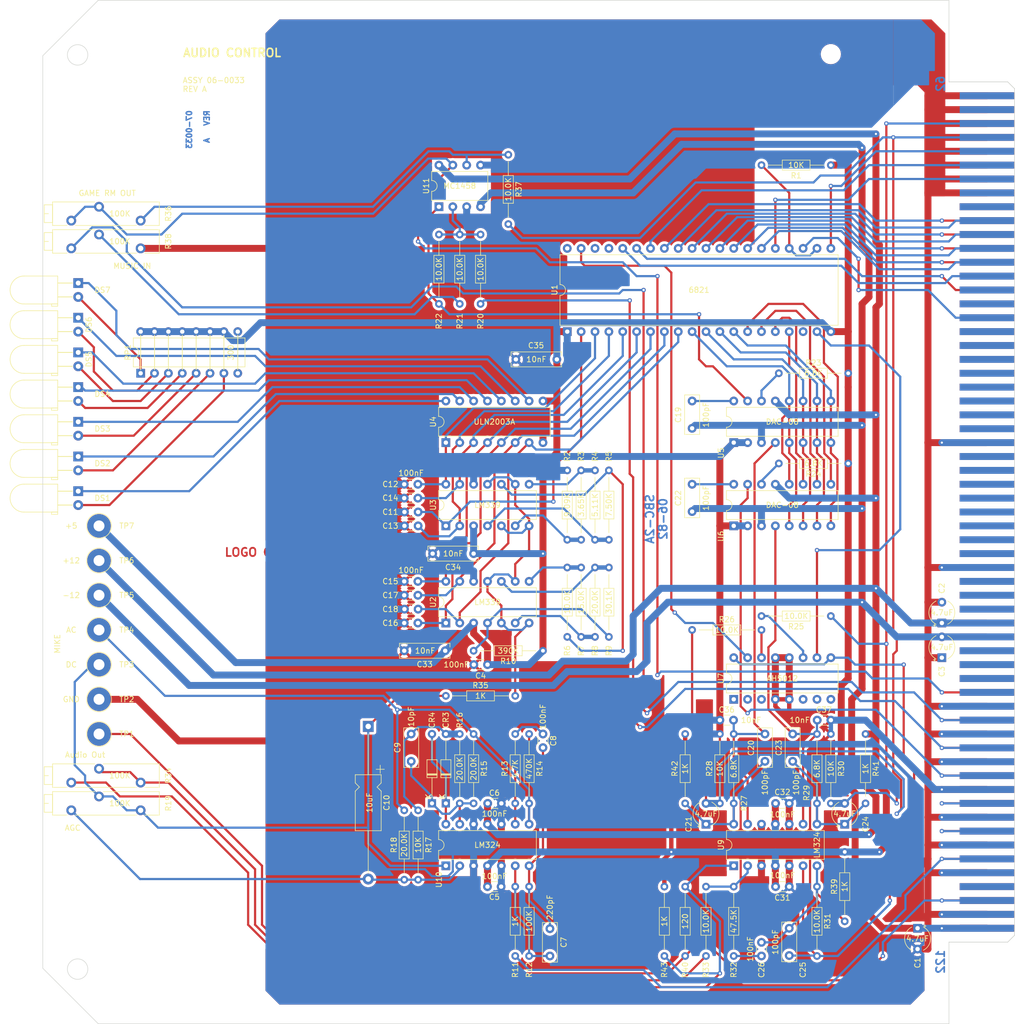
<source format=kicad_pcb>
(kicad_pcb (version 20221018) (generator pcbnew)
  (layers (0 "F.Cu" signal) (31 "B.Cu" signal) (34 "B.Paste" user) (35 "F.Paste" user) (36 "B.SilkS" user "B.Silkscreen") (37 "F.SilkS" user "F.Silkscreen") (38 "B.Mask" user) (39 "F.Mask" user) (44 "Edge.Cuts" user))
  (net 0 "")
  (net 1 "Net-(CR3-K)")
  (net 2 "Net-(CR3-A)")
  (net 3 "Net-(CR4-K)")
  (net 4 "GND")
  (net 6 "D0")
  (net 7 "D2")
  (net 8 "D4")
  (net 9 "D6")
  (net 11 "RS1")
  (net 33 "+12V")
  (net 34 "-12V")
  (net 38 "BGOUT")
  (net 39 "BGIN")
  (net 40 "MIKEIN")
  (net 41 "R2R_audio_track")
  (net 42 "Pin 113")
  (net 43 "Pin 115")
  (net 44 "AGCMIC")
  (net 46 "AUDOUT")
  (net 47 "+5V")
  (net 50 "Pin 64")
  (net 51 "Pin 65")
  (net 52 "R{slash}~{W}")
  (net 53 "{slash}RESET")
  (net 54 "E")
  (net 57 "D1")
  (net 58 "D3")
  (net 59 "D5")
  (net 60 "D7")
  (net 61 "RS0")
  (net 64 "{slash}CS")
  (net 89 "PA0")
  (net 90 "PA1")
  (net 91 "PA2")
  (net 92 "PA3")
  (net 93 "PA4")
  (net 94 "PA5")
  (net 95 "PA6")
  (net 96 "PA7")
  (net 97 "PB0")
  (net 98 "PB1")
  (net 99 "PB2")
  (net 100 "PB3")
  (net 101 "PB4")
  (net 102 "PB5")
  (net 103 "PB6")
  (net 104 "PB7")
  (net 105 "CB2")
  (net 106 "Net-(U1-CS0)")
  (net 110 "Net-(C7-Pad2)")
  (net 111 "Net-(C8-Pad2)")
  (net 112 "Net-(C25-Pad1)")
  (net 113 "Net-(C26-Pad2)")
  (net 114 "Vref8")
  (net 115 "Vref7")
  (net 116 "Vref6")
  (net 117 "Vref5")
  (net 118 "Vref4")
  (net 119 "Vref3")
  (net 120 "Vref2")
  (net 121 "Vref1")
  (net 122 "Net-(U10B--)")
  (net 123 "Net-(U10C--)")
  (net 124 "Net-(R14-Pad2)")
  (net 125 "Net-(U10A--)")
  (net 126 "Net-(U11A--)")
  (net 127 "Net-(R21-Pad2)")
  (net 128 "Net-(U5-Vref-)")
  (net 129 "Net-(U5-Vref+)")
  (net 130 "Net-(U6-Vref+)")
  (net 131 "Net-(U5-Iout)")
  (net 132 "Net-(C20-Pad2)")
  (net 133 "Net-(U6-Iout)")
  (net 134 "Net-(C23-Pad2)")
  (net 135 "Net-(U9B--)")
  (net 136 "Net-(U9A--)")
  (net 137 "Net-(R33-Pad1)")
  (net 138 "Net-(C10-Pad1)")
  (net 139 "Net-(U2A-+)")
  (net 140 "Net-(R34-Pad3)")
  (net 141 "Net-(DS7-A)")
  (net 142 "Net-(DS6-A)")
  (net 143 "Net-(DS5-A)")
  (net 144 "Net-(DS4-A)")
  (net 145 "Net-(DS3-A)")
  (net 146 "Net-(DS2-A)")
  (net 147 "Net-(DS1-A)")
  (net 150 "Net-(DS7-K)")
  (net 151 "Net-(DS6-K)")
  (net 152 "Net-(DS5-K)")
  (net 153 "Net-(DS4-K)")
  (net 154 "Net-(DS3-K)")
  (net 155 "Net-(DS2-K)")
  (net 156 "Net-(DS1-K)")
  (net 157 "Net-(U5-COMP)")
  (net 158 "Net-(U6-COMP)")
  (net 165 "Net-(U11B--)")
  (net 166 "Net-(R25-Pad2)")
  (net 167 "Net-(R26-Pad2)")
  (net 169 "CA2")
  (footprint "Evan's parts:R_Axial_DIN0204_L3.6mm_D1.6mm_P12.7mm_Horizontal" (layer "F.Cu") (at 149.225 124.46 -90)
    (fp_text reference "R6")
    (fp_text value "10.0K")
  )
  (footprint "Capacitor_THT:C_Rect_L7.0mm_W2.5mm_P5.00mm" (layer "F.Cu") (at 190.5 152.4 -90)
    (fp_text reference "C23")
    (fp_text value "100pF")
  )
  (footprint "Evan's parts:R_Axial_DIN0204_L3.6mm_D1.6mm_P12.7mm_Horizontal" (layer "F.Cu") (at 156.845 106.68 -90)
    (fp_text reference "R5")
    (fp_text value "7.50K")
  )
  (footprint "Potentiometer_THT:Potentiometer_Bourns_3005_Horizontal" (layer "F.Cu") (at 71.12 161.29)
    (fp_text reference "R34")
    (fp_text value "100K")
  )
  (footprint "Capacitor_THT:C_Disc_D3.0mm_W1.6mm_P2.50mm" (layer "F.Cu") (at 177.165 149.86)
    (fp_text reference "C36")
    (fp_text value "10nF")
  )
  (footprint "Package_DIP:DIP-40_W15.24mm" (layer "F.Cu") (at 149.225 78.74 90)
    (fp_text reference "U1")
    (fp_text value "6821")
  )
  (footprint "Package_DIP:DIP-14_W7.62mm" (layer "F.Cu") (at 127 132.08 90)
    (fp_text reference "U2")
    (fp_text value "LM339")
  )
  (footprint "Package_DIP:DIP-16_W7.62mm" (layer "F.Cu") (at 127 99.06 90)
    (fp_text reference "U4")
    (fp_text value "ULN2003A")
  )
  (footprint "TestPoint:TestPoint_Plated_Hole_D3.0mm" (layer "F.Cu") (at 63.5 114.3 180)
    (fp_text reference "TP7")
    (fp_text value "+5")
  )
  (footprint "Evan's parts:R_Axial_DIN0204_L3.6mm_D1.6mm_P12.7mm_Horizontal" (layer "F.Cu") (at 151.765 106.68 -90)
    (fp_text reference "R3")
    (fp_text value "3.65K")
  )
  (footprint "Evan's parts:R_Axial_DIN0204_L3.6mm_D1.6mm_P12.7mm_Horizontal" (layer "F.Cu") (at 142.24 190.5 90)
    (fp_text reference "R12")
    (fp_text value "100K")
  )
  (footprint "Evan's parts:R_Axial_DIN0204_L3.6mm_D1.6mm_P12.7mm_Horizontal" (layer "F.Cu") (at 179.705 154.94 -90)
    (fp_text reference "R27")
    (fp_text value "6.8K")
  )
  (footprint "TestPoint:TestPoint_Plated_Hole_D3.0mm" (layer "F.Cu") (at 63.5 146.05 180)
    (fp_text reference "TP2")
    (fp_text value "GND")
  )
  (footprint "LED_THT:LED_D5.0mm_Horizontal_O3.81mm_Z15.0mm" (layer "F.Cu") (at 59.69 69.85 -90)
    (fp_text reference "DS7")
    (fp_text value "LED")
  )
  (footprint "Capacitor_THT:C_Disc_D3.0mm_W1.6mm_P2.50mm" (layer "F.Cu") (at 121.88 106.68 180)
    (fp_text reference "C12")
    (fp_text value "100nF")
  )
  (footprint "Capacitor_THT:C_Disc_D3.0mm_W1.6mm_P2.50mm" (layer "F.Cu") (at 187.365 165.1)
    (fp_text reference "C32")
    (fp_text value "100nF")
  )
  (footprint "Capacitor_THT:C_Disc_D3.0mm_W1.6mm_P2.50mm" (layer "F.Cu") (at 121.88 109.22 180)
    (fp_text reference "C14")
    (fp_text value "100nF")
  )
  (footprint "Evan's parts:R_Axial_DIN0204_L3.6mm_D1.6mm_P12.7mm_Horizontal" (layer "F.Cu") (at 194.945 154.94 -90)
    (fp_text reference "R29")
    (fp_text value "6.8K")
  )
  (footprint "Package_DIP:DIP-16_W7.62mm" (layer "F.Cu") (at 71.12 86.36 90)
    (fp_text reference "RP1")
    (fp_text value "300")
  )
  (footprint "Capacitor_THT:C_Rect_L7.0mm_W2.5mm_P5.00mm" (layer "F.Cu") (at 172.085 91.44 -90)
    (fp_text reference "C19")
    (fp_text value "100pF")
  )
  (footprint "TestPoint:TestPoint_Plated_Hole_D3.0mm" (layer "F.Cu") (at 63.5 133.35 180)
    (fp_text reference "TP4")
    (fp_text value "MIKE AC")
  )
  (footprint "Capacitor_THT:C_Disc_D3.0mm_W1.6mm_P2.50mm" (layer "F.Cu") (at 184.785 190.54 -90)
    (fp_text reference "C26")
    (fp_text value "100nF")
  )
  (footprint "Evan's parts:R_Axial_DIN0204_L3.6mm_D1.6mm_P12.7mm_Horizontal" (layer "F.Cu") (at 151.765 132.08 90)
    (fp_text reference "R7")
    (fp_text value "15.0K")
  )
  (footprint "TestPoint:TestPoint_Plated_Hole_D3.0mm" (layer "F.Cu") (at 63.5 152.4 90)
    (fp_text reference "TP1")
    (fp_text value "Audio Out")
  )
  (footprint "Package_DIP:DIP-14_W7.62mm" (layer "F.Cu") (at 127 114.3 90)
    (fp_text reference "U3")
    (fp_text value "LM339")
  )
  (footprint "Evan's parts:R_Axial_DIN0204_L3.6mm_D1.6mm_P12.7mm_Horizontal" (layer "F.Cu") (at 132.08 162.56 90)
    (fp_text reference "R15")
    (fp_text value "20.0K")
  )
  (footprint "LED_THT:LED_D5.0mm_Horizontal_O3.81mm_Z15.0mm" (layer "F.Cu") (at 59.69 88.9 -90)
    (fp_text reference "DS4")
    (fp_text value "LED")
  )
  (footprint "Potentiometer_THT:Potentiometer_Bourns_3005_Horizontal" (layer "F.Cu") (at 71.12 58.42)
    (fp_text reference "R36")
    (fp_text value "100K")
  )
  (footprint "Evan's parts:R_Axial_DIN0204_L3.6mm_D1.6mm_P12.7mm_Horizontal" (layer "F.Cu") (at 170.815 154.94 -90)
    (fp_text reference "R42")
    (fp_text value "1K")
  )
  (footprint "Evan's parts:R_Axial_DIN0204_L3.6mm_D1.6mm_P12.7mm_Horizontal" (layer "F.Cu") (at 142.24 154.94 -90)
    (fp_text reference "R14")
    (fp_text value "470K")
  )
  (footprint "Evan's parts:Chuck_E_Cheese_large_card_edge" (layer "F.Cu") (at 226.06 187.96 90)
    (fp_text reference "J1" hide)
    (fp_text value "CEC card edge connector large")
    (fp_line (start -2.54 3.81) (end -2.54 -6.95) (stroke (width 0.12)) (layer "Edge.Cuts"))
    (fp_line (start -1.27 5.08) (end -2.54 3.81) (stroke (width 0.12)) (layer "Edge.Cuts"))
    (fp_line (start -1.27 5.08) (end 153.67 5.08) (stroke (width 0.12)) (layer "Edge.Cuts"))
    (fp_line (start 154.94 3.81) (end 153.67 5.08) (stroke (width 0.12)) (layer "Edge.Cuts"))
    (fp_line (start 154.94 3.81) (end 154.94 -6.95) (stroke (width 0.12)) (layer "Edge.Cuts"))
  )
  (footprint "Evan's parts:R_Axial_DIN0204_L3.6mm_D1.6mm_P12.7mm_Horizontal" (layer "F.Cu") (at 198.12 102.87 180)
    (fp_text reference "R24")
    (fp_text value "6.8K")
  )
  (footprint "Diode_THT:D_DO-34_SOD68_P12.70mm_Horizontal" (layer "F.Cu") (at 127 165.1 90)
    (fp_text reference "CR3")
    (fp_text value "1N4148")
  )
  (footprint "Potentiometer_THT:Potentiometer_Bourns_3005_Horizontal" (layer "F.Cu") (at 71.12 166.37)
    (fp_text reference "R19")
    (fp_text value "100K")
  )
  (footprint "Evan's parts:R_Axial_DIN0204_L3.6mm_D1.6mm_P12.7mm_Horizontal" (layer "F.Cu") (at 133.35 63.5 -90)
    (fp_text reference "R20")
    (fp_text value "10.0K")
  )
  (footprint "Evan's parts:R_Axial_DIN0204_L3.6mm_D1.6mm_P12.7mm_Horizontal" (layer "F.Cu") (at 119.38 168.91 -90)
    (fp_text reference "R18")
    (fp_text value "20.0K")
  )
  (footprint "Evan's parts:R_Axial_DIN0204_L3.6mm_D1.6mm_P12.7mm_Horizontal" (layer "F.Cu") (at 149.225 114.3 90)
    (fp_text reference "R2")
    (fp_text value "9.09K")
  )
  (footprint "Capacitor_THT:C_Disc_D3.0mm_W1.6mm_P2.50mm" (layer "F.Cu") (at 137.16 165.1 180)
    (fp_text reference "C6")
    (fp_text value "100nF")
  )
  (footprint "Capacitor_THT:C_Rect_L7.0mm_W2.5mm_P5.00mm" (layer "F.Cu") (at 146.05 193.04 90)
    (fp_text reference "C7")
    (fp_text value "220pF")
  )
  (footprint "Evan's parts:R_Axial_DIN0204_L3.6mm_D1.6mm_P12.7mm_Horizontal" (layer "F.Cu") (at 170.815 182.88 -90)
    (fp_text reference "R40")
    (fp_text value "120")
  )
  (footprint "Evan's parts:R_Axial_DIN0204_L3.6mm_D1.6mm_P12.7mm_Horizontal" (layer "F.Cu") (at 154.305 124.46 -90)
    (fp_text reference "R8")
    (fp_text value "20.0K")
  )
  (footprint "Diode_THT:D_DO-34_SOD68_P12.70mm_Horizontal" (layer "F.Cu") (at 124.46 165.1 90)
    (fp_text reference "CR4")
    (fp_text value "1N4148")
  )
  (footprint "Evan's parts:R_Axial_DIN0204_L3.6mm_D1.6mm_P12.7mm_Horizontal" (layer "F.Cu") (at 125.73 63.5 -90)
    (fp_text reference "R22")
    (fp_text value "10.0K")
  )
  (footprint "Potentiometer_THT:Potentiometer_Bourns_3005_Horizontal" (layer "F.Cu") (at 71.12 63.5)
    (fp_text reference "R38")
    (fp_text value "100K")
  )
  (footprint "Evan's parts:R_Axial_DIN0204_L3.6mm_D1.6mm_P12.7mm_Horizontal" (layer "F.Cu") (at 203.835 154.94 -90)
    (fp_text reference "R41")
    (fp_text value "1K")
  )
  (footprint "Capacitor_THT:C_Rect_L7.0mm_W2.5mm_P5.00mm" (layer "F.Cu") (at 189.865 187.96 -90)
    (fp_text reference "C25")
    (fp_text value "100pF")
  )
  (footprint "Evan's parts:R_Axial_DIN0204_L3.6mm_D1.6mm_P12.7mm_Horizontal" (layer "F.Cu") (at 197.485 154.94 -90)
    (fp_text reference "R30")
    (fp_text value "10K")
  )
  (footprint "LED_THT:LED_D5.0mm_Horizontal_O3.81mm_Z15.0mm" (layer "F.Cu") (at 59.69 101.6 -90)
    (fp_text reference "DS2")
    (fp_text value "LED")
  )
  (footprint "Capacitor_THT:C_Disc_D3.0mm_W1.6mm_P2.50mm" (layer "F.Cu") (at 144.78 154.9 90)
    (fp_text reference "C8")
    (fp_text value "100nF")
  )
  (footprint "Capacitor_THT:C_Disc_D3.0mm_W1.6mm_P2.50mm" (layer "F.Cu") (at 121.92 114.3 180)
    (fp_text reference "C13")
    (fp_text value "100nF")
  )
  (footprint "MountingHole:MountingHole_3.2mm_M3" (layer "F.Cu") (at 197.485 27.94)
    (fp_text reference "REF**" hide)
    (fp_text value "MountingHole_3.2mm_M3")
  )
  (footprint "Evan's parts:R_Axial_DIN0204_L3.6mm_D1.6mm_P12.7mm_Horizontal" (layer "F.Cu") (at 194.945 182.88 -90)
    (fp_text reference "R31")
    (fp_text value "10.0K")
  )
  (footprint "Package_DIP:DIP-16_W7.62mm" (layer "F.Cu") (at 179.705 99.06 90)
    (fp_text reference "U5")
    (fp_text value "DAC-08")
  )
  (footprint "Capacitor_THT:C_Disc_D3.0mm_W1.6mm_P2.50mm" (layer "F.Cu") (at 121.92 111.76 180)
    (fp_text reference "C11")
    (fp_text value "100nF")
  )
  (footprint "Evan's parts:R_Axial_DIN0204_L3.6mm_D1.6mm_P12.7mm_Horizontal" (layer "F.Cu") (at 167.005 190.5 90)
    (fp_text reference "R43")
    (fp_text value "1K")
  )
  (footprint "Evan's parts:R_Axial_DIN0204_L3.6mm_D1.6mm_P12.7mm_Horizontal" (layer "F.Cu") (at 138.43 48.895 -90)
    (fp_text reference "R37")
    (fp_text value "10.0K")
  )
  (footprint "LED_THT:LED_D5.0mm_Horizontal_O3.81mm_Z15.0mm" (layer "F.Cu") (at 59.69 107.95 -90)
    (fp_text reference "DS1")
    (fp_text value "LED")
  )
  (footprint "Evan's parts:CP_Axial_L10.0mm_D4.5mm_P27.94mm_Horizontal" (layer "F.Cu") (at 112.7875 151.01 -90)
    (fp_text reference "C10")
    (fp_text value "10uF")
  )
  (footprint "Capacitor_THT:C_Disc_D3.0mm_W1.6mm_P2.50mm" (layer "F.Cu") (at 121.88 132.08 180)
    (fp_text reference "C16")
    (fp_text value "100nF")
  )
  (footprint "Capacitor_THT:C_Rect_L9.0mm_W2.5mm_P7.50mm_MKT" (layer "F.Cu") (at 126.88 137.16 180)
    (fp_text reference "C33")
    (fp_text value "10nF")
  )
  (footprint "Evan's parts:R_Axial_DIN0204_L3.6mm_D1.6mm_P12.7mm_Horizontal" (layer "F.Cu") (at 179.705 190.5 90)
    (fp_text reference "R32")
    (fp_text value "47.5K")
  )
  (footprint "Evan's parts:R_Axial_DIN0204_L3.6mm_D1.6mm_P12.7mm_Horizontal" (layer "F.Cu") (at 174.625 133.35)
    (fp_text reference "R26")
    (fp_text value "10.0K")
  )
  (footprint "Package_DIP:DIP-8_W7.62mm" (layer "F.Cu") (at 125.73 55.88 90)
    (fp_text reference "U11")
    (fp_text value "MC1458")
  )
  (footprint "Capacitor_THT:C_Disc_D3.0mm_W1.6mm_P2.50mm" (layer "F.Cu") (at 121.88 124.46 180)
    (fp_text reference "C15")
    (fp_text value "100nF")
  )
  (footprint "Evan's parts:R_Axial_DIN0204_L3.6mm_D1.6mm_P12.7mm_Horizontal" (layer "F.Cu") (at 177.165 162.56 90)
    (fp_text reference "R28")
    (fp_text value "10K")
  )
  (footprint "Evan's parts:R_Axial_DIN0204_L3.6mm_D1.6mm_P12.7mm_Horizontal" (layer "F.Cu") (at 129.54 63.5 -90)
    (fp_text reference "R21")
    (fp_text value "10.0K")
  )
  (footprint "Package_DIP:DIP-16_W7.62mm" (layer "F.Cu") (at 179.705 114.3 90)
    (fp_text reference "U6")
    (fp_text value "DAC-08")
  )
  (footprint "Capacitor_THT:C_Disc_D3.0mm_W1.6mm_P2.50mm" (layer "F.Cu") (at 197.485 149.86 180)
    (fp_text reference "C37")
    (fp_text value "10nF")
  )
  (footprint "Capacitor_THT:C_Rect_L7.0mm_W2.5mm_P5.00mm" (layer "F.Cu") (at 185.42 152.4 -90)
    (fp_text reference "C20")
    (fp_text value "100pF")
  )
  (footprint "Capacitor_THT:C_Rect_L7.0mm_W2.5mm_P5.00mm" (layer "F.Cu") (at 172.085 106.68 -90)
    (fp_text reference "C22")
    (fp_text value "100pF")
  )
  (footprint "Capacitor_THT:C_Rect_L9.0mm_W2.5mm_P7.50mm_MKT" (layer "F.Cu") (at 132.08 119.38 180)
    (fp_text reference "C34")
    (fp_text value "10nF")
  )
  (footprint "Evan's parts:R_Axial_DIN0204_L3.6mm_D1.6mm_P12.7mm_Horizontal" (layer "F.Cu") (at 129.54 162.56 90)
    (fp_text reference "R16")
    (fp_text value "20.0K")
  )
  (footprint "Evan's parts:CP_Radial_Tantal_D4mm_P3.81mm" (layer "F.Cu") (at 174.625 168.91 90)
    (fp_text reference "C21")
    (fp_text value "4.7uF")
  )
  (footprint "Evan's parts:R_Axial_DIN0204_L3.6mm_D1.6mm_P12.7mm_Horizontal" (layer "F.Cu") (at 174.625 190.5 90)
    (fp_text reference "R33")
    (fp_text value "10.0K")
  )
  (footprint "Evan's parts:R_Axial_DIN0204_L3.6mm_D1.6mm_P12.7mm_Horizontal" (layer "F.Cu") (at 194.945 130.81 180)
    (fp_text reference "R25")
    (fp_text value "10.0K")
  )
  (footprint "Evan's parts:R_Axial_DIN0204_L3.6mm_D1.6mm_P12.7mm_Horizontal" (layer "F.Cu") (at 139.7 154.94 -90)
    (fp_text reference "R13")
    (fp_text value "4.7K")
  )
  (footprint "Package_DIP:DIP-16_W7.62mm" (layer "F.Cu") (at 179.705 146.05 90)
    (fp_text reference "U7")
    (fp_text value "AH5012")
  )
  (footprint "Evan's parts:CP_Radial_Tantal_D4mm_P3.81mm" (layer "F.Cu") (at 217.805 138.43 90)
    (fp_text reference "C3")
    (fp_text value "4.7uF")
  )
  (footprint "Evan's parts:R_Axial_DIN0204_L3.6mm_D1.6mm_P12.7mm_Horizontal" (layer "F.Cu") (at 200.025 176.53 -90)
    (fp_text reference "R39")
    (fp_text value "1K")
  )
  (footprint "Evan's parts:R_Axial_DIN0204_L3.6mm_D1.6mm_P12.7mm_Horizontal" (layer "F.Cu") (at 156.845 132.08 90)
    (fp_text reference "R9")
    (fp_text value "30.1K")
  )
  (footprint "LED_THT:LED_D5.0mm_Horizontal_O3.81mm_Z15.0mm" (layer "F.Cu") (at 59.69 76.2 -90)
    (fp_text reference "DS6")
    (fp_text value "LED")
  )
  (footprint "Evan's parts:CP_Radial_Tantal_D4mm_P3.81mm" (layer "F.Cu") (at 217.805 132.08 90)
    (fp_text reference "C2")
    (fp_text value "4.7uF")
  )
  (footprint "TestPoint:TestPoint_Plated_Hole_D3.0mm" (layer "F.Cu") (at 63.5 120.65 180)
    (fp_text reference "TP6")
    (fp_text value "+12")
  )
  (footprint "Capacitor_THT:C_Rect_L7.0mm_W2.5mm_P5.00mm" (layer "F.Cu") (at 120.65 157.4 90)
    (fp_text reference "C9")
    (fp_text value "10pF")
  )
  (footprint "Evan's parts:R_Axial_DIN0204_L3.6mm_D1.6mm_P12.7mm_Horizontal" (layer "F.Cu") (at 142.24 137.16 180)
    (fp_text reference "R10")
    (fp_text value "390K")
  )
  (footprint "Evan's parts:R_Axial_DIN0204_L3.6mm_D1.6mm_P12.7mm_Horizontal" (layer "F.Cu") (at 129.54 145.415)
    (fp_text reference "R35")
    (fp_text value "1K")
  )
  (footprint "Capacitor_THT:C_Disc_D3.0mm_W1.6mm_P2.50mm" (layer "F.Cu") (at 121.88 127 180)
    (fp_text reference "C17")
    (fp_text value "100nF")
  )
  (footprint "Evan's parts:R_Axial_DIN0204_L3.6mm_D1.6mm_P12.7mm_Horizontal" (layer "F.Cu") (at 198.12 86.36 180)
    (fp_text reference "R23")
    (fp_text value "6.8K")
  )
  (footprint "Evan's parts:R_Axial_DIN0204_L3.6mm_D1.6mm_P12.7mm_Horizontal" (layer "F.Cu") (at 194.945 48.26 180)
    (fp_text reference "R1")
    (fp_text value "10K")
  )
  (footprint "Capacitor_THT:C_Disc_D3.0mm_W1.6mm_P2.50mm" (layer "F.Cu") (at 189.865 180.34 180)
    (fp_text reference "C31")
    (fp_text value "100nF")
  )
  (footprint "Package_DIP:DIP-14_W7.62mm" (layer "F.Cu") (at 179.705 176.52 90)
    (fp_text reference "U9")
    (fp_text value "LM324")
  )
  (footprint "TestPoint:TestPoint_Plated_Hole_D3.0mm" (layer "F.Cu") (at 63.5 127 180)
    (fp_text reference "TP5")
    (fp_text value "-12")
  )
  (footprint "LED_THT:LED_D5.0mm_Horizontal_O3.81mm_Z15.0mm" (layer "F.Cu") (at 59.69 95.25 -90)
    (fp_text reference "DS3")
    (fp_text value "LED")
  )
  (footprint "Capacitor_THT:C_Rect_L9.0mm_W2.5mm_P7.50mm_MKT" (layer "F.Cu") (at 147.32 83.82 180)
    (fp_text reference "C35")
    (fp_text value "10nF")
  )
  (footprint "Evan's parts:CP_Radial_Tantal_D4mm_P3.81mm" (layer "F.Cu") (at 200.025 168.91 90)
    (fp_text reference "C24")
    (fp_text value "4.7uF")
  )
  (footprint "TestPoint:TestPoint_Plated_Hole_D3.0mm" (layer "F.Cu") (at 63.5 139.7 180)
    (fp_text reference "TP3")
    (fp_text value "MIKE DC")
  )
  (footprint "Capacitor_THT:C_Disc_D3.0mm_W1.6mm_P2.50mm" (layer "F.Cu") (at 134.62 139.7 180)
    (fp_text reference "C4")
    (fp_text value "100nF")
  )
  (footprint "Capacitor_THT:C_Disc_D3.0mm_W1.6mm_P2.50mm" (layer "F.Cu") (at 121.92 129.54 180)
    (fp_text reference "C18")
    (fp_text value "100nF")
  )
  (footprint "LED_THT:LED_D5.0mm_Horizontal_O3.81mm_Z15.0mm" (layer "F.Cu") (at 59.69 82.55 -90)
    (fp_text reference "DS5")
    (fp_text value "LED")
  )
  (footprint "Evan's parts:R_Axial_DIN0204_L3.6mm_D1.6mm_P12.7mm_Horizontal" (layer "F.Cu") (at 154.305 114.3 90)
    (fp_text reference "R4")
    (fp_text value "5.11K")
  )
  (footprint "Evan's parts:CP_Radial_Tantal_D4mm_P3.81mm" (layer "F.Cu") (at 213.36 187.96 -90)
    (fp_text reference "C1")
    (fp_text value "4.7uF")
  )
  (footprint "Evan's parts:R_Axial_DIN0204_L3.6mm_D1.6mm_P12.7mm_Horizontal" (layer "F.Cu") (at 121.92 168.91 -90)
    (fp_text reference "R17")
    (fp_text value "10K")
  )
  (footprint "Package_DIP:DIP-14_W7.62mm" (layer "F.Cu") (at 127 176.53 90)
    (fp_text reference "U10")
    (fp_text value "LM324")
  )
  (footprint "Capacitor_THT:C_Disc_D3.0mm_W1.6mm_P2.50mm" (layer "F.Cu") (at 134.62 180.34)
    (fp_text reference "C5")
    (fp_text value "100nF")
  )
  (footprint "Evan's parts:R_Axial_DIN0204_L3.6mm_D1.6mm_P12.7mm_Horizontal" (layer "F.Cu") (at 139.7 190.5 90)
    (fp_text reference "R11")
    (fp_text value "1K")
  )
  (gr_line (start 73.66 79.375) (end 73.66 85.725) (stroke (width 0.15)) (layer "F.SilkS"))
  (gr_line (start 83.82 79.375) (end 83.82 85.725) (stroke (width 0.15)) (layer "F.SilkS"))
  (gr_line (start 76.2 79.375) (end 76.2 85.725) (stroke (width 0.15)) (layer "F.SilkS"))
  (gr_line (start 71.12 79.375) (end 71.12 85.725) (stroke (width 0.15)) (layer "F.SilkS"))
  (gr_line (start 81.28 79.375) (end 81.28 85.725) (stroke (width 0.15)) (layer "F.SilkS"))
  (gr_line (start 78.74 79.375) (end 78.74 85.725) (stroke (width 0.15)) (layer "F.SilkS"))
  (gr_line (start 86.36 79.375) (end 86.36 85.725) (stroke (width 0.15)) (layer "F.SilkS"))
  (gr_line (start 88.9 79.375) (end 88.9 85.725) (stroke (width 0.15)) (layer "F.SilkS"))
  (gr_line (start 63.36 205.44) (end 219.11 205.44) (stroke (width 0.1)) (layer "Edge.Cuts"))
  (gr_line (start 53.21 195.29) (end 53.21 28.23) (stroke (width 0.1)) (layer "Edge.Cuts"))
  (gr_line (start 53.21 28.23) (end 63.36 18.08) (stroke (width 0.1)) (layer "Edge.Cuts"))
  (gr_line (start 63.36 18.08) (end 219.11 18.08) (stroke (width 0.1)) (layer "Edge.Cuts"))
  (gr_circle (center 59.58 28.08) (end 59.58 26.21) (stroke (width 0.1)) (fill none) (layer "Edge.Cuts"))
  (gr_line (start 219.11 33.02) (end 219.11 18.08) (stroke (width 0.1)) (layer "Edge.Cuts"))
  (gr_line (start 53.21 195.29) (end 63.36 205.44) (stroke (width 0.1)) (layer "Edge.Cuts"))
  (gr_line (start 219.11 190.5) (end 219.11 205.44) (stroke (width 0.1)) (layer "Edge.Cuts"))
  (gr_circle (center 59.58 195.44) (end 59.58 193.57) (stroke (width 0.1)) (fill none) (layer "Edge.Cuts"))
  (gr_text "LOGO GOES HERE" (at 86.36 120.015) (layer "F.Cu") (effects (font (size 1.5 1.5) (thickness 0.3) bold) (justify left bottom)))
  (gr_text "122" (at 218.44 191.77 90) (layer "B.Cu") (effects (font (size 1.5 1.5) (thickness 0.3) bold) (justify left bottom mirror)))
  (gr_text "62" (at 218.44 31.75 90) (layer "B.Cu") (effects (font (size 1.5 1.5) (thickness 0.3) bold) (justify left bottom mirror)))
  (gr_text "SBC-2A\n06-82" (at 167.64 113.03 90) (layer "B.Cu") (effects (font (size 1.5 1.5) (thickness 0.3) bold) (justify bottom mirror)))
  (gr_text "07-0033\n\nREV   A" (at 83.82 38.1 90) (layer "B.Cu") (effects (font (size 1 1) (thickness 0.25) bold) (justify left bottom mirror)))
  (gr_text "MIKE" (at 55.88 135.89 90) (layer "F.SilkS") (effects (font (size 1 1))))
  (gr_text "MUSIC IN" (at 66.04 67.31) (layer "F.SilkS") (effects (font (size 1 1)) (justify left bottom)))
  (gr_text "AC" (at 58.42 133.35) (layer "F.SilkS") (effects (font (size 1 1))))
  (gr_text "AGC" (at 57.15 170.18) (layer "F.SilkS") (effects (font (size 1 1)) (justify left bottom)))
  (gr_text "DC" (at 58.42 139.7) (layer "F.SilkS") (effects (font (size 1 1))))
  (gr_text "GAME RM OUT" (at 59.69 53.975) (layer "F.SilkS") (effects (font (size 1 1)) (justify left bottom)))
  (gr_text "ASSY 06-0033\nREV A" (at 78.74 34.925) (layer "F.SilkS") (effects (font (size 1 1)) (justify left bottom)))
  (gr_text "AUDIO CONTROL" (at 78.74 28.575) (layer "F.SilkS") (effects (font (size 1.5 1.5) (thickness 0.3) bold) (justify left bottom)))
  (segment (start 127 168.91) (end 127 165.1) (width 0.4) (layer "F.Cu") (net 1))
  (segment (start 127 160.02) (end 127 165.1) (width 0.4) (layer "B.Cu") (net 1))
  (segment (start 124.46 152.4) (end 124.46 157.48) (width 0.4) (layer "B.Cu") (net 1))
  (segment (start 124.46 157.48) (end 127 160.02) (width 0.4) (layer "B.Cu") (net 1))
  (segment (start 129.54 152.4) (end 127 152.4) (width 1.27) (layer "B.Cu") (net 2))
  (segment (start 119.38 163.83) (end 121.92 166.37) (width 0.4) (layer "B.Cu") (net 2))
  (segment (start 119.38 153.67) (end 119.38 163.83) (width 0.4) (layer "B.Cu") (net 2))
  (segment (start 120.65 152.4) (end 119.38 153.67) (width 0.4) (layer "B.Cu") (net 2))
  (segment (start 121.92 151.13) (end 120.65 152.4) (width 0.4) (layer "B.Cu") (net 2))
  (segment (start 125.73 151.13) (end 121.92 151.13) (width 0.4) (layer "B.Cu") (net 2))
  (segment (start 127 152.4) (end 125.73 151.13) (width 0.4) (layer "B.Cu") (net 2))
  (segment (start 129.54 168.91) (end 129.54 165.1) (width 0.4) (layer "F.Cu") (net 3))
  (segment (start 126.365 167.005) (end 127.635 167.005) (width 0.4) (layer "B.Cu") (net 3))
  (segment (start 127.635 167.005) (end 129.54 165.1) (width 0.4) (layer "B.Cu") (net 3))
  (segment (start 120.65 160.02) (end 120.65 157.4) (width 0.4) (layer "B.Cu") (net 3))
  (segment (start 124.46 165.1) (end 124.46 163.83) (width 0.4) (layer "B.Cu") (net 3))
  (segment (start 124.46 163.83) (end 120.65 160.02) (width 0.4) (layer "B.Cu") (net 3))
  (segment (start 129.54 165.1) (end 132.08 165.1) (width 0.4) (layer "B.Cu") (net 3))
  (segment (start 124.46 165.1) (end 126.365 167.005) (width 0.4) (layer "B.Cu") (net 3))
  (segment (start 215.265 162.56) (end 217.805 162.56) (width 1.27) (layer "F.Cu") (net 4))
  (segment (start 215.265 99.06) (end 215.265 53.34) (width 1.27) (layer "F.Cu") (net 4))
  (segment (start 180.975 182.245) (end 180.975 174.625) (width 0.4) (layer "F.Cu") (net 4))
  (segment (start 215.265 162.56) (end 215.265 167.64) (width 1.27) (layer "F.Cu") (net 4))
  (segment (start 217.805 138.43) (end 215.265 138.43) (width 1.27) (layer "F.Cu") (net 4))
  (segment (start 226.06 121.92) (end 217.805 121.92) (width 1.27) (layer "F.Cu") (net 4))
  (segment (start 215.265 35.56) (end 226.06 35.56) (width 1.27) (layer "F.Cu") (net 4))
  (segment (start 226.06 172.72) (end 217.805 172.72) (width 1.27) (layer "F.Cu") (net 4))
  (segment (start 208.28 186.055) (end 214.63 186.055) (width 1.27) (layer "F.Cu") (net 4))
  (segment (start 189.865 174.625) (end 189.865 176.52) (width 1.27) (layer "F.Cu") (net 4))
  (segment (start 180.975 171.45) (end 184.785 171.45) (width 0.4) (layer "F.Cu") (net 4))
  (segment (start 215.265 45.72) (end 226.06 45.72) (width 1.27) (layer "F.Cu") (net 4))
  (segment (start 189.865 168.9) (end 189.865 174.625) (width 1.27) (layer "F.Cu") (net 4))
  (segment (start 210.185 184.15) (end 208.28 186.055) (width 1.27) (layer "F.Cu") (net 4))
  (segment (start 226.06 167.64) (end 217.805 167.64) (width 1.27) (layer "F.Cu") (net 4))
  (segment (start 193.675 170.815) (end 193.675 161.925) (width 0.4) (layer "F.Cu") (net 4))
  (segment (start 215.265 121.92) (end 215.265 99.06) (width 1.27) (layer "F.Cu") (net 4))
  (segment (start 226.06 177.8) (end 217.805 177.8) (width 1.27) (layer "F.Cu") (net 4))
  (segment (start 136.525 48.26) (end 133.35 48.26) (width 0.8) (layer "F.Cu") (net 4))
  (segment (start 189.865 138.43) (end 189.865 146.05) (width 1.27) (layer "F.Cu") (net 4))
  (segment (start 180.975 174.625) (end 184.785 174.625) (width 0.4) (layer "F.Cu") (net 4))
  (segment (start 177.165 114.3) (end 179.705 114.3) (width 1.27) (layer "F.Cu") (net 4))
  (segment (start 226.06 162.56) (end 217.805 162.56) (width 1.27) (layer "F.Cu") (net 4))
  (segment (start 215.265 175.26) (end 215.265 177.8) (width 1.27) (layer "F.Cu") (net 4))
  (segment (start 226.06 99.06) (end 217.805 99.06) (width 1.27) (layer "F.Cu") (net 4))
  (segment (start 184.785 174.625) (end 184.785 176.52) (width 0.4) (layer "F.Cu") (net 4))
  (segment (start 215.265 167.64) (end 215.265 172.72) (width 1.27) (layer "F.Cu") (net 4))
  (segment (start 184.785 168.9) (end 184.785 176.52) (width 1.27) (layer "F.Cu") (net 4))
  (segment (start 215.265 138.43) (end 215.265 147.32) (width 1.27) (layer "F.Cu") (net 4))
  (segment (start 215.265 50.8) (end 226.06 50.8) (width 1.27) (layer "F.Cu") (net 4))
  (segment (start 137.16 165.1) (end 137.16 162.56) (width 1.27) (layer "F.Cu") (net 4))
  (segment (start 215.265 185.42) (end 215.265 191.77) (width 1.27) (layer "F.Cu") (net 4))
  (segment (start 78.105 153.67) (end 96.52 153.67) (width 1.27) (layer "F.Cu") (net 4))
  (segment (start 215.265 50.8) (end 215.265 48.26) (width 1.27) (layer "F.Cu") (net 4))
  (segment (start 215.265 157.48) (end 215.265 162.56) (width 1.27) (layer "F.Cu") (net 4))
  (segment (start 215.265 191.77) (end 213.36 191.77) (width 1.27) (layer "F.Cu") (net 4))
  (segment (start 215.265 40.64) (end 226.06 40.64) (width 1.27) (layer "F.Cu") (net 4))
  (segment (start 215.265 185.42) (end 217.805 185.42) (width 1.27) (layer "F.Cu") (net 4))
  (segment (start 137.16 176.53) (end 137.16 168.91) (width 1.27) (layer "F.Cu") (net 4))
  (segment (start 226.06 147.32) (end 217.805 147.32) (width 1.27) (layer "F.Cu") (net 4))
  (segment (start 215.265 177.8) (end 215.265 185.42) (width 1.27) (layer "F.Cu") (net 4))
  (segment (start 215.265 43.18) (end 226.06 43.18) (width 1.27) (layer "F.Cu") (net 4))
  (segment (start 215.265 167.64) (end 217.805 167.64) (width 1.27) (layer "F.Cu") (net 4))
  (segment (start 184.785 171.45) (end 184.785 168.9) (width 0.4) (layer "F.Cu") (net 4))
  (segment (start 149.225 78.74) (end 146.05 78.74) (width 1.27) (layer "F.Cu") (net 4))
  (segment (start 144.78 99.06) (end 144.78 96.52) (width 1.27) (layer "F.Cu") (net 4))
  (segment (start 63.5 146.05) (end 70.485 146.05) (width 1.27) (layer "F.Cu") (net 4))
  (segment (start 136.525 58.42) (end 136.525 48.26) (width 0.8) (layer "F.Cu") (net 4))
  (segment (start 71.12 63.5) (end 107.95 63.5) (width 1.27) (layer "F.Cu") (net 4))
  (segment (start 215.265 48.26) (end 215.265 45.72) (width 1.27) (layer "F.Cu") (net 4))
  (segment (start 215.265 147.32) (end 215.265 152.4) (width 1.27) (layer "F.Cu") (net 4))
  (segment (start 226.06 157.48) (end 217.805 157.48) (width 1.27) (layer "F.Cu") (net 4))
  (segment (start 187.325 138.43) (end 187.325 146.05) (width 1.27) (layer "F.Cu") (net 4))
  (segment (start 215.265 53.34) (end 226.06 53.34) (width 1.27) (layer "F.Cu") (net 4))
  (segment (start 177.165 158.115) (end 180.975 161.925) (width 0.4) (layer "F.Cu") (net 4))
  (segment (start 177.165 149.86) (end 177.165 152.4) (width 1.27) (layer "F.Cu") (net 4))
  (segment (start 187.325 146.05) (end 189.865 146.05) (width 0.8) (layer "F.Cu") (net 4))
  (segment (start 130.81 58.42) (end 136.525 58.42) (width 0.8) (layer "F.Cu") (net 4))
  (segment (start 215.265 138.43) (end 215.265 128.27) (width 1.27) (layer "F.Cu") (net 4))
  (segment (start 189.865 168.9) (end 189.865 165.1) (width 1.27) (layer "F.Cu") (net 4))
  (segment (start 215.265 177.8) (end 217.805 177.8) (width 1.27) (layer "F.Cu") (net 4))
  (segment (start 226.06 185.42) (end 217.805 185.42) (width 1.27) (layer "F.Cu") (net 4))
  (segment (start 189.865 168.9) (end 189.865 170.815) (width 0.4) (layer "F.Cu") (net 4))
  (segment (start 132.08 176.53) (end 132.08 180.34) (width 1.27) (layer "F.Cu") (net 4))
  (segment (start 187.325 147.32) (end 189.23 149.225) (width 0.8) (layer "F.Cu") (net 4))
  (segment (start 179.705 99.06) (end 177.165 101.6) (width 1.27) (layer "F.Cu") (net 4))
  (segment (start 130.81 58.42) (end 130.81 55.88) (width 0.8) (layer "F.Cu") (net 4))
  (segment (start 187.325 146.05) (end 187.325 147.32) (width 0.8) (layer "F.Cu") (net 4))
  (segment (start 177.165 114.3) (end 177.165 149.86) (width 1.27) (layer "F.Cu") (net 4))
  (segment (start 215.265 38.1) (end 215.265 35.56) (width 1.27) (layer "F.Cu") (net 4))
  (segment (start 215.265 175.26) (end 210.185 180.34) (width 1.27) (layer "F.Cu") (net 4))
  (segment (start 189.865 146.05) (end 189.865 149.225) (width 0.8) (layer "F.Cu") (net 4))
  (segment (start 215.265 152.4) (end 215.265 157.48) (width 1.27) (layer "F.Cu") (net 4))
  (segment (start 214.63 186.055) (end 215.265 185.42) (width 1.27) (layer "F.Cu") (net 4))
  (segment (start 210.185 180.34) (end 210.185 184.15) (width 1.27) (layer "F.Cu") (net 4))
  (segment (start 215.265 45.72) (end 215.265 43.18) (width 1.27) (layer "F.Cu") (net 4))
  (segment (start 193.675 174.625) (end 193.675 182.88) (width 0.4) (layer "F.Cu") (net 4))
  (segment (start 215.265 43.18) (end 215.265 40.64) (width 1.27) (layer "F.Cu") (net 4))
  (segment (start 215.265 99.06) (end 217.805 99.06) (width 1.27) (layer "F.Cu") (net 4))
  (segment (start 180.975 161.925) (end 180.975 171.45) (width 0.4) (layer "F.Cu") (net 4))
  (segment (start 137.12 180.34) (end 137.12 182.84) (width 1.27) (layer "F.Cu") (net 4))
  (segment (start 215.265 172.72) (end 215.265 175.26) (width 1.27) (layer "F.Cu") (net 4))
  (segment (start 177.165 101.6) (end 177.165 114.3) (width 1.27) (layer "F.Cu") (net 4))
  (segment (start 187.325 138.43) (end 189.865 138.43) (width 1.27) (layer "F.Cu") (net 4))
  (segment (start 70.485 146.05) (end 78.105 153.67) (width 1.27) (layer "F.Cu") (net 4))
  (segment (start 226.06 152.4) (end 217.805 152.4) (width 1.27) (layer "F.Cu") (net 4))
  (segment (start 130.175 58.42) (end 130.81 58.42) (width 0.8) (layer "F.Cu") (net 4))
  (segment (start 189.865 174.625) (end 193.675 174.625) (width 0.4) (layer "F.Cu") (net 4))
  (segment (start 215.265 152.4) (end 217.805 152.4) (width 1.27) (layer "F.Cu") (net 4))
  (segment (start 215.265 53.34) (end 215.265 50.8) (width 1.27) (layer "F.Cu") (net 4))
  (segment (start 215.265 48.26) (end 226.06 48.26) (width 1.27) (layer "F.Cu") (net 4))
  (segment (start 215.265 128.27) (end 215.265 121.92) (width 1.27) (layer "F.Cu") (net 4))
  (segment (start 215.265 128.27) (end 217.805 128.27) (width 1.27) (layer "F.Cu") (net 4))
  (segment (start 177.165 158.115) (end 177.165 152.4) (width 0.4) (layer "F.Cu") (net 4))
  (segment (start 215.265 121.92) (end 217.805 121.92) (width 1.27) (layer "F.Cu") (net 4))
  (segment (start 189.865 170.815) (end 193.675 170.815) (width 0.4) (layer "F.Cu") (net 4))
  (segment (start 189.865 176.52) (end 189.865 180.34) (width 1.27) (layer "F.Cu") (net 4))
  (segment (start 215.265 157.48) (end 217.805 157.48) (width 1.27) (layer "F.Cu") (net 4))
  (segment (start 184.785 176.52) (end 184.785 179.705) (width 1.27) (layer "F.Cu") (net 4))
  (segment (start 215.265 172.72) (end 217.805 172.72) (width 1.27) (layer "F.Cu") (net 4))
  (segment (start 215.265 147.32) (end 217.805 147.32) (width 1.27) (layer "F.Cu") (net 4))
  (segment (start 215.265 40.64) (end 215.265 38.1) (width 1.27) (layer "F.Cu") (net 4))
  (segment (start 215.265 38.1) (end 226.06 38.1) (width 1.27) (layer "F.Cu") (net 4))
  (via (at 217.805 152.4) (size 0.8) (drill 0.4) (layers "F.Cu" "B.Cu") (net 4))
  (via (at 217.805 172.72) (size 0.8) (drill 0.4) (layers "F.Cu" "B.Cu") (net 4))
  (via (at 217.805 177.8) (size 0.8) (drill 0.4) (layers "F.Cu" "B.Cu") (net 4))
  (via (at 217.805 167.64) (size 0.8) (drill 0.4) (layers "F.Cu" "B.Cu") (net 4))
  (via (at 217.805 99.06) (size 0.8) (drill 0.4) (layers "F.Cu" "B.Cu") (net 4))
  (via (at 217.805 147.32) (size 0.8) (drill 0.4) (layers "F.Cu" "B.Cu") (net 4))
  (via (at 217.805 121.92) (size 0.8) (drill 0.4) (layers "F.Cu" "B.Cu") (net 4))
  (via (at 217.805 185.42) (size 0.8) (drill 0.4) (layers "F.Cu" "B.Cu") (net 4))
  (via (at 217.805 157.48) (size 0.8) (drill 0.4) (layers "F.Cu" "B.Cu") (net 4))
  (via (at 217.805 162.56) (size 0.8) (drill 0.4) (layers "F.Cu" "B.Cu") (net 4))
  (segment (start 149.225 104.14) (end 145.415 104.14) (width 1.27) (layer "B.Cu") (net 4))
  (segment (start 226.06 167.64) (end 217.805 167.64) (width 1.27) (layer "B.Cu") (net 4))
  (segment (start 124.46 178.435) (end 123.19 177.165) (width 0.4) (layer "B.Cu") (net 4))
  (segment (start 226.06 185.42) (end 217.805 185.42) (width 1.27) (layer "B.Cu") (net 4))
  (segment (start 132.08 106.68) (end 132.08 104.14) (width 1.27) (layer "B.Cu") (net 4))
  (segment (start 119.42 114.3) (end 117.475 114.3) (width 1.27) (layer "B.Cu") (net 4))
  (segment (start 119.42 129.54) (end 116.84 129.54) (width 1.27) (layer "B.Cu") (net 4))
  (segment (start 187.97 156.2) (end 192.395 156.2) (width 0.4) (layer "B.Cu") (net 4))
  (segment (start 119.38 132.08) (end 116.84 132.08) (width 1.27) (layer "B.Cu") (net 4))
  (segment (start 128.27 177.586472) (end 127.421472 178.435) (width 0.4) (layer "B.Cu") (net 4))
  (segment (start 149.225 78.74) (end 149.225 81.28) (width 1.27) (layer "B.Cu") (net 4))
  (segment (start 128.27 173.99) (end 128.27 177.586472) (width 0.4) (layer "B.Cu") (net 4))
  (segment (start 137.16 180.3) (end 137.12 180.34) (width 1.27) (layer "B.Cu") (net 4))
  (segment (start 132.08 176.53) (end 132.08 172.72) (width 1.27) (layer "B.Cu") (net 4))
  (segment (start 197.485 152.4) (end 197.485 149.86) (width 0.8) (layer "B.Cu") (net 4))
  (segment (start 179.705 99.06) (end 177.165 101.6) (width 1.27) (layer "B.Cu") (net 4))
  (segment (start 137.12 180.34) (end 137.12 183.475) (width 1.27) (layer "B.Cu") (net 4))
  (segment (start 226.06 157.48) (end 217.805 157.48) (width 1.27) (layer "B.Cu") (net 4))
  (segment (start 132.08 172.72) (end 129.54 172.72) (width 0.4) (layer "B.Cu") (net 4))
  (segment (start 187.96 156.21) (end 187.95 156.2) (width 0.4) (layer "B.Cu") (net 4))
  (segment (start 114.935 177.165) (end 112.395 174.625) (width 0.4) (layer "B.Cu") (net 4))
  (segment (start 133.35 48.26) (end 137.16 48.26) (width 1.27) (layer "B.Cu") (net 4))
  (segment (start 119.38 127) (end 116.84 127) (width 1.27) (layer "B.Cu") (net 4))
  (segment (start 119.38 106.68) (end 116.205 106.68) (width 1.27) (layer "B.Cu") (net 4))
  (segment (start 226.06 162.56) (end 217.805 162.56) (width 1.27) (layer "B.Cu") (net 4))
  (segment (start 226.06 147.32) (end 217.805 147.32) (width 1.27) (layer "B.Cu") (net 4))
  (segment (start 226.06 152.4) (end 217.805 152.4) (width 1.27) (layer "B.Cu") (net 4))
  (segment (start 183.525 156.2) (end 182.88 156.845) (width 0.4) (layer "B.Cu") (net 4))
  (segment (start 137.16 168.91) (end 137.16 165.1) (width 1.27) (layer "B.Cu") (net 4))
  (segment (start 177.165 101.6) (end 146.685 101.6) (width 1.27) (layer "B.Cu") (net 4))
  (segment (start 216.535 162.56) (end 217.805 162.56) (width 1.27) (layer "B.Cu") (net 4))
  (segment (start 129.54 172.72) (end 128.27 173.99) (width 0.4) (layer "B.Cu") (net 4))
  (segment (start 187.96 156.21) (end 187.97 156.2) (width 0.4) (layer "B.Cu") (net 4))
  (segment (start 226.06 177.8) (end 217.805 177.8) (width 1.27) (layer "B.Cu") (net 4))
  (segment (start 226.06 172.72) (end 217.805 172.72) (width 1.27) (layer "B.Cu") (net 4))
  (segment (start 123.19 177.165) (end 114.935 177.165) (width 0.4) (layer "B.Cu") (net 4))
  (segment (start 119.42 111.76) (end 117.475 111.76) (width 1.27) (layer "B.Cu") (net 4))
  (segment (start 132.08 176.53) (end 132.08 179.705) (width 1.27) (layer "B.Cu") (net 4))
  (segment (start 127.421472 178.435) (end 124.46 178.435) (width 0.4) (layer "B.Cu") (net 4))
  (segment (start 119.38 109.22) (end 116.84 109.22) (width 1.27) (layer "B.Cu") (net 4))
  (segment (start 132.08 168.91) (end 132.08 170.815) (width 1.27) (layer "B.Cu") (net 4))
  (segment (start 177.165 152.4) (end 173.99 152.4) (width 1.27) (layer "B.Cu") (net 4))
  (segment (start 177.165 149.86) (end 173.99 149.86) (width 1.27) (layer "B.Cu") (net 4))
  (segment (start 132.08 168.91) (end 132.08 167.005) (width 1.27) (layer "B.Cu") (net 4))
  (segment (start 119.38 124.46) (end 116.205 124.46) (width 1.27) (layer "B.Cu") (net 4))
  (segment (start 132.08 122.555) (end 129.54 122.555) (width 1.27) (layer "B.Cu") (net 4))
  (segment (start 137.16 176.53) (end 137.16 180.3) (width 1.27) (layer "B.Cu") (net 4))
  (segment (start 189.865 165.1) (end 187.96 163.195) (width 0.4) (layer "B.Cu") (net 4))
  (segment (start 197.485 149.86) (end 203.835 149.86) (width 1.27) (layer "B.Cu") (net 4))
  (segment (start 187.95 156.2) (end 183.525 156.2) (width 0.4) (layer "B.Cu") (net 4))
  (segment (start 192.395 156.2) (end 193.675 157.48) (width 0.4) (layer "B.Cu") (net 4))
  (segment (start 226.06 99.06) (end 217.805 99.06) (width 1.27) (layer "B.Cu") (net 4))
  (segment (start 203.835 149.86) (end 216.535 162.56) (width 1.27) (layer "B.Cu") (net 4))
  (segment (start 137.16 165.1) (end 137.16 161.925) (width 1.27) (layer "B.Cu") (net 4))
  (segment (start 112.395 174.625) (end 111.125 174.625) (width 0.4) (layer "B.Cu") (net 4))
  (segment (start 226.06 121.92) (end 217.805 121.92) (width 1.27) (layer "B.Cu") (net 4))
  (segment (start 130.81 55.88) (end 130.81 57.785) (width 1.27) (layer "B.Cu") (net 4))
  (segment (start 132.08 124.46) (end 132.08 122.555) (width 1.27) (layer "B.Cu") (net 4))
  (segment (start 182.245 114.3) (end 179.705 114.3) (width 1.27) (layer "B.Cu") (net 4))
  (segment (start 187.96 163.195) (end 187.96 156.21) (width 0.4) (layer "B.Cu") (net 4))
  (segment (start 182.245 99.06) (end 179.705 99.06) (width 1.27) (layer "B.Cu") (net 4))
  (segment (start 130.81 57.785) (end 131.445 58.42) (width 1.27) (layer "B.Cu") (net 4))
  (segment (start 226.06 58.42) (end 217.805 58.42) (width 0.4) (layer "F.Cu") (net 6))
  (via (at 217.805 58.42) (size 0.8) (drill 0.4) (layers "F.Cu" "B.Cu") (net 6))
  (segment (start 175.095 55.41) (end 167.005 63.5) (width 0.4) (layer "B.Cu") (net 6))
  (segment (start 205.74 58.42) (end 202.73 55.41) (width 0.4) (layer "B.Cu") (net 6))
  (segment (start 202.73 55.41) (end 175.095 55.41) (width 0.4) (layer "B.Cu") (net 6))
  (segment (start 217.805 58.42) (end 205.74 58.42) (width 0.4) (layer "B.Cu") (net 6))
  (segment (start 226.06 60.96) (end 217.805 60.96) (width 0.4) (layer "F.Cu") (net 7))
  (via (at 217.805 60.96) (size 0.8) (drill 0.4) (layers "F.Cu" "B.Cu") (net 7))
  (segment (start 205.74 60.96) (end 201.93 57.15) (width 0.4) (layer "B.Cu") (net 7))
  (segment (start 201.93 57.15) (end 178.435 57.15) (width 0.4) (layer "B.Cu") (net 7))
  (segment (start 217.805 60.96) (end 205.74 60.96) (width 0.4) (layer "B.Cu") (net 7))
  (segment (start 178.435 57.15) (end 172.085 63.5) (width 0.4) (layer "B.Cu") (net 7))
  (segment (start 226.06 63.5) (end 217.805 63.5) (width 0.4) (layer "F.Cu") (net 8))
  (via (at 217.805 63.5) (size 0.8) (drill 0.4) (layers "F.Cu" "B.Cu") (net 8))
  (segment (start 217.805 63.5) (end 205.74 63.5) (width 0.4) (layer "B.Cu") (net 8))
  (segment (start 182.245 58.42) (end 177.165 63.5) (width 0.4) (layer "B.Cu") (net 8))
  (segment (start 200.66 58.42) (end 182.245 58.42) (width 0.4) (layer "B.Cu") (net 8))
  (segment (start 205.74 63.5) (end 200.66 58.42) (width 0.4) (layer "B.Cu") (net 8))
  (segment (start 226.06 66.04) (end 217.805 66.04) (width 0.4) (layer "F.Cu") (net 9))
  (via (at 217.805 66.04) (size 0.8) (drill 0.4) (layers "F.Cu" "B.Cu") (net 9))
  (segment (start 199.638528 59.725) (end 186.02 59.725) (width 0.4) (layer "B.Cu") (net 9))
  (segment (start 186.02 59.725) (end 182.245 63.5) (width 0.4) (layer "B.Cu") (net 9))
  (segment (start 217.805 66.04) (end 205.953528 66.04) (width 0.4) (layer "B.Cu") (net 9))
  (segment (start 205.953528 66.04) (end 199.638528 59.725) (width 0.4) (layer "B.Cu") (net 9))
  (segment (start 226.06 71.12) (end 220.345 71.12) (width 0.4) (layer "F.Cu") (net 11))
  (segment (start 220.345 71.12) (end 217.805 68.58) (width 0.4) (layer "F.Cu") (net 11))
  (via (at 217.805 68.58) (size 0.8) (drill 0.4) (layers "F.Cu" "B.Cu") (net 11))
  (segment (start 163.83 65.405) (end 200.025 65.405) (width 0.4) (layer "B.Cu") (net 11))
  (segment (start 200.025 65.405) (end 203.2 68.58) (width 0.4) (layer "B.Cu") (net 11))
  (segment (start 203.2 68.58) (end 217.805 68.58) (width 0.4) (layer "B.Cu") (net 11))
  (segment (start 161.925 63.5) (end 163.83 65.405) (width 0.4) (layer "B.Cu") (net 11))
  (segment (start 205.74 74.295) (end 206.375 73.66) (width 1.27) (layer "F.Cu") (net 33))
  (segment (start 203.835 152.4) (end 205.74 152.4) (width 1.27) (layer "F.Cu") (net 33))
  (segment (start 167.005 180.34) (end 167.005 175.26) (width 0.8) (layer "F.Cu") (net 33))
  (segment (start 205.74 93.98) (end 205.74 152.4) (width 1.27) (layer "F.Cu") (net 33))
  (segment (start 207.645 163.195) (end 207.645 172.72) (width 1.27) (layer "F.Cu") (net 33))
  (segment (start 206.375 62.865) (end 205.74 62.23) (width 1.27) (layer "F.Cu") (net 33))
  (segment (start 207.645 172.72) (end 206.375 173.99) (width 1.27) (layer "F.Cu") (net 33))
  (segment (start 187.325 180.3) (end 187.365 180.34) (width 1.27) (layer "F.Cu") (net 33))
  (segment (start 168.275 159.385) (end 170.815 156.845) (width 0.8) (layer "F.Cu") (net 33))
  (segment (start 205.74 93.98) (end 205.74 74.295) (width 1.27) (layer "F.Cu") (net 33))
  (segment (start 206.375 73.66) (end 206.375 62.865) (width 1.27) (layer "F.Cu") (net 33))
  (segment (start 226.06 132.08) (end 217.805 132.08) (width 1.27) (layer "F.Cu") (net 33))
  (segment (start 168.275 173.99) (end 168.275 159.385) (width 0.8) (layer "F.Cu") (net 33))
  (segment (start 170.815 156.845) (end 170.815 152.4) (width 0.8) (layer "F.Cu") (net 33))
  (segment (start 205.74 161.29) (end 207.645 163.195) (width 1.27) (layer "F.Cu") (net 33))
  (segment (start 205.74 152.4) (end 205.74 161.29) (width 1.27) (layer "F.Cu") (net 33))
  (segment (start 134.62 176.53) (end 134.62 180.34) (width 1.27) (layer "F.Cu") (net 33))
  (segment (start 167.005 175.26) (end 168.275 173.99) (width 0.8) (layer "F.Cu") (net 33))
  (segment (start 187.325 176.52) (end 187.325 180.3) (width 1.27) (layer "F.Cu") (net 33))
  (segment (start 205.74 62.23) (end 205.74 42.545) (width 1.27) (layer "F.Cu") (net 33))
  (via (at 168.275 173.99) (size 0.8) (drill 0.4) (layers "F.Cu" "B.Cu") (net 33))
  (via (at 205.74 109.22) (size 0.8) (drill 0.4) (layers "F.Cu" "B.Cu") (net 33))
  (via (at 206.375 173.99) (size 0.8) (drill 0.4) (layers "F.Cu" "B.Cu") (net 33))
  (via (at 205.74 93.98) (size 0.8) (drill 0.4) (layers "F.Cu" "B.Cu") (net 33))
  (via (at 205.74 125.73) (size 0.8) (drill 0.4) (layers "F.Cu" "B.Cu") (net 33))
  (via (at 205.74 42.545) (size 0.8) (drill 0.4) (layers "F.Cu" "B.Cu") (net 33))
  (segment (start 189.865 93.98) (end 205.74 93.98) (width 1.27) (layer "B.Cu") (net 33))
  (segment (start 161.29 137.795) (end 160.02 139.065) (width 1.27) (layer "B.Cu") (net 33))
  (segment (start 84.455 141.605) (end 63.5 120.65) (width 1.27) (layer "B.Cu") (net 33))
  (segment (start 187.325 173.99) (end 168.275 173.99) (width 1.27) (layer "B.Cu") (net 33))
  (segment (start 205.74 42.545) (end 168.91 42.545) (width 1.27) (layer "B.Cu") (net 33))
  (segment (start 200.025 173.99) (end 187.325 173.99) (width 1.27) (layer "B.Cu") (net 33))
  (segment (start 166.37 125.73) (end 161.29 130.81) (width 1.27) (layer "B.Cu") (net 33))
  (segment (start 189.865 109.22) (end 205.74 109.22) (width 1.27) (layer "B.Cu") (net 33))
  (segment (start 161.29 130.81) (end 161.29 137.795) (width 1.27) (layer "B.Cu") (net 33))
  (segment (start 160.655 50.8) (end 128.27 50.8) (width 1.27) (layer "B.Cu") (net 33))
  (segment (start 187.325 106.68) (end 189.865 109.22) (width 1.27) (layer "B.Cu") (net 33))
  (segment (start 187.325 91.44) (end 189.865 93.98) (width 1.27) (layer "B.Cu") (net 33))
  (segment (start 160.02 139.065) (end 148.39 139.065) (width 1.27) (layer "B.Cu") (net 33))
  (segment (start 168.91 42.545) (end 160.655 50.8) (width 1.27) (layer "B.Cu") (net 33))
  (segment (start 134.62 176.53) (end 137.16 173.99) (width 1.27) (layer "B.Cu") (net 33))
  (segment (start 226.06 132.08) (end 217.805 132.08) (width 1.27) (layer "B.Cu") (net 33))
  (segment (start 217.805 132.08) (end 212.09 132.08) (width 1.27) (layer "B.Cu") (net 33))
  (segment (start 137.16 173.99) (end 168.275 173.99) (width 1.27) (layer "B.Cu") (net 33))
  (segment (start 128.27 50.8) (end 125.73 48.26) (width 1.27) (layer "B.Cu") (net 33))
  (segment (start 148.39 139.065) (end 145.85 141.605) (width 1.27) (layer "B.Cu") (net 33))
  (segment (start 145.85 141.605) (end 84.455 141.605) (width 1.27) (layer "B.Cu") (net 33))
  (segment (start 187.325 173.99) (end 187.325 176.52) (width 1.27) (layer "B.Cu") (net 33))
  (segment (start 206.375 173.99) (end 200.025 173.99) (width 1.27) (layer "B.Cu") (net 33))
  (segment (start 212.09 132.08) (end 205.74 125.73) (width 1.27) (layer "B.Cu") (net 33))
  (segment (start 205.74 125.73) (end 166.37 125.73) (width 1.27) (layer "B.Cu") (net 33))
  (segment (start 226.06 134.62) (end 217.805 134.62) (width 1.27) (layer "F.Cu") (net 34))
  (segment (start 203.2 144.145) (end 201.295 146.05) (width 1.27) (layer "F.Cu") (net 34))
  (segment (start 187.325 168.9) (end 187.325 165.14) (width 1.27) (layer "F.Cu") (net 34))
  (segment (start 203.2 95.885) (end 203.2 144.145) (width 1.27) (layer "F.Cu") (net 34))
  (segment (start 134.62 165.14) (end 134.66 165.1) (width 1.27) (layer "F.Cu") (net 34))
  (segment (start 203.2 73.66) (end 204.47 72.39) (width 1.27) (layer "F.Cu") (net 34))
  (segment (start 203.2 62.865) (end 203.2 45.085) (width 1.27) (layer "F.Cu") (net 34))
  (segment (start 203.2 95.885) (end 203.2 73.66) (width 1.27) (layer "F.Cu") (net 34))
  (segment (start 204.47 64.135) (end 203.2 62.865) (width 1.27) (layer "F.Cu") (net 34))
  (segment (start 187.325 165.14) (end 187.365 165.1) (width 1.27) (layer "F.Cu") (net 34))
  (segment (start 201.295 159.385) (end 205.74 163.83) (width 1.27) (layer "F.Cu") (net 34))
  (segment (start 205.74 163.83) (end 205.74 169.545) (width 1.27) (layer "F.Cu") (net 34))
  (segment (start 134.62 168.91) (end 134.62 165.14) (width 1.27) (layer "F.Cu") (net 34))
  (segment (start 201.295 146.05) (end 201.295 159.385) (width 1.27) (layer "F.Cu") (net 34))
  (segment (start 205.74 169.545) (end 204.47 170.815) (width 1.27) (layer "F.Cu") (net 34))
  (segment (start 204.47 72.39) (end 204.47 64.135) (width 1.27) (layer "F.Cu") (net 34))
  (via (at 204.47 170.815) (size 0.8) (drill 0.4) (layers "F.Cu" "B.Cu") (net 34))
  (via (at 203.2 45.085) (size 0.8) (drill 0.4) (layers "F.Cu" "B.Cu") (net 34))
  (via (at 203.2 95.885) (size 0.8) (drill 0.4) (layers "F.Cu" "B.Cu") (net 34))
  (via (at 203.2 111.125) (size 0.8) (drill 0.4) (layers "F.Cu" "B.Cu") (net 34))
  (via (at 203.2 128.27) (size 0.8) (drill 0.4) (layers "F.Cu" "B.Cu") (net 34))
  (segment (start 187.325 170.815) (end 136.525 170.815) (width 1.27) (layer "B.Cu") (net 34))
  (segment (start 202.565 44.45) (end 170.18 44.45) (width 1.27) (layer "B.Cu") (net 34))
  (segment (start 149.225 140.97) (end 146.685 143.51) (width 1.27) (layer "B.Cu") (net 34))
  (segment (start 184.785 95.885) (end 172.64 95.885) (width 1.27) (layer "B.Cu") (net 34))
  (segment (start 172.64 111.125) (end 172.085 111.68) (width 1.27) (layer "B.Cu") (net 34))
  (segment (start 135.255 53.34) (end 133.35 55.245) (width 1.27) (layer "B.Cu") (net 34))
  (segment (start 161.925 140.97) (end 149.225 140.97) (width 1.27) (layer "B.Cu") (net 34))
  (segment (start 170.18 44.45) (end 161.29 53.34) (width 1.27) (layer "B.Cu") (net 34))
  (segment (start 184.785 99.06) (end 184.785 95.885) (width 1.27) (layer "B.Cu") (net 34))
  (segment (start 187.325 170.815) (end 187.325 168.9) (width 1.27) (layer "B.Cu") (net 34))
  (segment (start 163.83 139.065) (end 161.925 140.97) (width 1.27) (layer "B.Cu") (net 34))
  (segment (start 203.2 128.27) (end 209.55 134.62) (width 1.27) (layer "B.Cu") (net 34))
  (segment (start 80.01 143.51) (end 63.5 127) (width 1.27) (layer "B.Cu") (net 34))
  (segment (start 163.83 132.08) (end 163.83 139.065) (width 1.27) (layer "B.Cu") (net 34))
  (segment (start 167.64 128.27) (end 163.83 132.08) (width 1.27) (layer "B.Cu") (net 34))
  (segment (start 226.06 134.62) (end 217.805 134.62) (width 1.27) (layer "B.Cu") (net 34))
  (segment (start 184.785 114.3) (end 184.785 111.125) (width 1.27) (layer "B.Cu") (net 34))
  (segment (start 209.55 134.62) (end 217.805 134.62) (width 1.27) (layer "B.Cu") (net 34))
  (segment (start 184.785 95.885) (end 203.2 95.885) (width 1.27) (layer "B.Cu") (net 34))
  (segment (start 184.785 111.125) (end 172.64 111.125) (width 1.27) (layer "B.Cu") (net 34))
  (segment (start 161.29 53.34) (end 135.255 53.34) (width 1.27) (layer "B.Cu") (net 34))
  (segment (start 146.685 143.51) (end 80.01 143.51) (width 1.27) (layer "B.Cu") (net 34))
  (segment (start 203.2 128.27) (end 167.64 128.27) (width 1.27) (layer "B.Cu") (net 34))
  (segment (start 172.64 95.885) (end 172.085 96.44) (width 1.27) (layer "B.Cu") (net 34))
  (segment (start 184.785 111.125) (end 203.2 111.125) (width 1.27) (layer "B.Cu") (net 34))
  (segment (start 133.35 55.245) (end 133.35 55.88) (width 1.27) (layer "B.Cu") (net 34))
  (segment (start 203.2 45.085) (end 202.565 44.45) (width 1.27) (layer "B.Cu") (net 34))
  (segment (start 136.525 170.815) (end 134.62 168.91) (width 1.27) (layer "B.Cu") (net 34))
  (segment (start 204.47 170.815) (end 187.325 170.815) (width 1.27) (layer "B.Cu") (net 34))
  (segment (start 121.92 54.61) (end 121.92 62.23) (width 0.4) (layer "F.Cu") (net 38))
  (segment (start 128.27 48.26) (end 121.92 54.61) (width 0.4) (layer "F.Cu") (net 38))
  (segment (start 226.06 144.78) (end 217.805 144.78) (width 0.4) (layer "F.Cu") (net 38))
  (segment (start 165.735 68.58) (end 165.735 141.605) (width 0.4) (layer "F.Cu") (net 38))
  (via (at 121.92 62.23) (size 0.8) (drill 0.4) (layers "F.Cu" "B.Cu") (net 38))
  (via (at 165.735 68.58) (size 0.8) (drill 0.4) (layers "F.Cu" "B.Cu") (net 38))
  (via (at 217.805 144.78) (size 0.8) (drill 0.4) (layers "F.Cu" "B.Cu") (net 38))
  (via (at 165.735 141.605) (size 0.8) (drill 0.4) (layers "F.Cu" "B.Cu") (net 38))
  (segment (start 113.665 57.15) (end 78.74 57.15) (width 0.4) (layer "B.Cu") (net 38))
  (segment (start 146.05 66.04) (end 159.385 66.04) (width 0.4) (layer "B.Cu") (net 38))
  (segment (start 143.51 63.5) (end 146.05 66.04) (width 0.4) (layer "B.Cu") (net 38))
  (segment (start 127.07 47.06) (end 123.755 47.06) (width 0.4) (layer "B.Cu") (net 38))
  (segment (start 159.385 66.04) (end 161.925 68.58) (width 0.4) (layer "B.Cu") (net 38))
  (segment (start 78.74 57.15) (end 74.93 60.96) (width 0.4) (layer "B.Cu") (net 38))
  (segment (start 60.96 55.88) (end 58.42 58.42) (width 0.4) (layer "B.Cu") (net 38))
  (segment (start 205.105 142.24) (end 203.835 140.97) (width 0.4) (layer "B.Cu") (net 38))
  (segment (start 123.19 63.5) (end 143.51 63.5) (width 0.4) (layer "B.Cu") (net 38))
  (segment (start 217.805 144.78) (end 215.265 142.24) (width 0.4) (layer "B.Cu") (net 38))
  (segment (start 123.755 47.06) (end 113.665 57.15) (width 0.4) (layer "B.Cu") (net 38))
  (segment (start 203.835 140.97) (end 166.37 140.97) (width 0.4) (layer "B.Cu") (net 38))
  (segment (start 74.93 60.96) (end 68.58 60.96) (width 0.4) (layer "B.Cu") (net 38))
  (segment (start 68.58 60.96) (end 63.5 55.88) (width 0.4) (layer "B.Cu") (net 38))
  (segment (start 215.265 142.24) (end 205.105 142.24) (width 0.4) (layer "B.Cu") (net 38))
  (segment (start 128.27 48.26) (end 127.07 47.06) (width 0.4) (layer "B.Cu") (net 38))
  (segment (start 166.37 140.97) (end 165.735 141.605) (width 0.4) (layer "B.Cu") (net 38))
  (segment (start 63.5 55.88) (end 60.96 55.88) (width 0.4) (layer "B.Cu") (net 38))
  (segment (start 161.925 68.58) (end 165.735 68.58) (width 0.4) (layer "B.Cu") (net 38))
  (segment (start 121.92 62.23) (end 123.19 63.5) (width 0.4) (layer "B.Cu") (net 38))
  (segment (start 163.195 71.12) (end 163.195 147.955) (width 0.4) (layer "F.Cu") (net 39))
  (segment (start 226.06 149.86) (end 217.805 149.86) (width 0.4) (layer "F.Cu") (net 39))
  (segment (start 163.195 147.955) (end 163.83 148.59) (width 0.4) (layer "F.Cu") (net 39))
  (via (at 163.195 71.12) (size 0.8) (drill 0.4) (layers "F.Cu" "B.Cu") (net 39))
  (via (at 163.83 148.59) (size 0.8) (drill 0.4) (layers "F.Cu" "B.Cu") (net 39))
  (via (at 217.805 149.86) (size 0.8) (drill 0.4) (layers "F.Cu" "B.Cu") (net 39))
  (segment (start 169.545 142.875) (end 163.83 148.59) (width 0.4) (layer "B.Cu") (net 39))
  (segment (start 158.75 71.755) (end 159.385 71.12) (width 0.4) (layer "B.Cu") (net 39))
  (segment (start 217.805 149.86) (end 226.06 149.86) (width 0.4) (layer "B.Cu") (net 39))
  (segment (start 66.01 59.66) (end 68.58 62.23) (width 0.4) (layer "B.Cu") (net 39))
  (segment (start 203.2 144.78) (end 201.295 142.875) (width 0.4) (layer "B.Cu") (net 39))
  (segment (start 78.74 74.295) (end 120.65 74.295) (width 0.4) (layer "B.Cu") (net 39))
  (segment (start 159.385 71.12) (end 163.195 71.12) (width 0.4) (layer "B.Cu") (net 39))
  (segment (start 120.65 74.295) (end 124.46 70.485) (width 0.4) (layer "B.Cu") (net 39))
  (segment (start 58.42 63.5) (end 62.26 59.66) (width 0.4) (layer "B.Cu") (net 39))
  (segment (start 212.725 144.78) (end 203.2 144.78) (width 0.4) (layer "B.Cu") (net 39))
  (segment (start 128.905 70.485) (end 130.175 71.755) (width 0.4) (layer "B.Cu") (net 39))
  (segment (start 68.58 62.23) (end 68.58 64.135) (width 0.4) (layer "B.Cu") (net 39))
  (segment (start 68.58 64.135) (end 78.74 74.295) (width 0.4) (layer "B.Cu") (net 39))
  (segment (start 124.46 70.485) (end 128.905 70.485) (width 0.4) (layer "B.Cu") (net 39))
  (segment (start 130.175 71.755) (end 158.75 71.755) (width 0.4) (layer "B.Cu") (net 39))
  (segment (start 62.26 59.66) (end 66.01 59.66) (width 0.4) (layer "B.Cu") (net 39))
  (segment (start 201.295 142.875) (end 169.545 142.875) (width 0.4) (layer "B.Cu") (net 39))
  (segment (start 217.805 149.86) (end 212.725 144.78) (width 0.4) (layer "B.Cu") (net 39))
  (segment (start 226.06 154.94) (end 217.805 154.94) (width 0.4) (layer "F.Cu") (net 40))
  (segment (start 161.29 105.41) (end 161.29 149.86) (width 0.4) (layer "F.Cu") (net 40))
  (segment (start 160.655 73.025) (end 160.655 104.775) (width 0.4) (layer "F.Cu") (net 40))
  (segment (start 160.655 104.775) (end 161.29 105.41) (width 0.4) (layer "F.Cu") (net 40))
  (segment (start 161.29 149.86) (end 162.56 151.13) (width 0.4) (layer "F.Cu") (net 40))
  (via (at 162.56 151.13) (size 0.8) (drill 0.4) (layers "F.Cu" "B.Cu") (net 40))
  (via (at 217.805 154.94) (size 0.8) (drill 0.4) (layers "F.Cu" "B.Cu") (net 40))
  (via (at 160.655 73.025) (size 0.8) (drill 0.4) (layers "F.Cu" "B.Cu") (net 40))
  (segment (start 209.2325 146.3675) (end 202.8825 146.3675) (width 0.4) (layer "B.Cu") (net 40))
  (segment (start 170.815 144.145) (end 163.83 151.13) (width 0.4) (layer "B.Cu") (net 40))
  (segment (start 133.985 73.025) (end 160.655 73.025) (width 0.4) (layer "B.Cu") (net 40))
  (segment (start 217.805 154.94) (end 209.2325 146.3675) (width 0.4) (layer "B.Cu") (net 40))
  (segment (start 163.83 151.13) (end 162.56 151.13) (width 0.4) (layer "B.Cu") (net 40))
  (segment (start 200.66 144.145) (end 170.815 144.145) (width 0.4) (layer "B.Cu") (net 40))
  (segment (start 133.35 73.66) (end 133.985 73.025) (width 0.4) (layer "B.Cu") (net 40))
  (segment (start 217.805 154.94) (end 226.06 154.94) (width 0.4) (layer "B.Cu") (net 40))
  (segment (start 202.8825 146.3675) (end 200.66 144.145) (width 0.4) (layer "B.Cu") (net 40))
  (segment (start 182.245 106.68) (end 182.245 109.22) (width 0.4) (layer "F.Cu") (net 41))
  (segment (start 226.06 160.02) (end 217.805 160.02) (width 0.4) (layer "F.Cu") (net 41))
  (segment (start 182.245 109.22) (end 180.975 110.49) (width 0.4) (layer "F.Cu") (net 41))
  (segment (start 180.975 110.49) (end 180.975 147.32) (width 0.4) (layer "F.Cu") (net 41))
  (segment (start 180.975 147.32) (end 182.245 148.59) (width 0.4) (layer "F.Cu") (net 41))
  (via (at 182.245 148.59) (size 0.8) (drill 0.4) (layers "F.Cu" "B.Cu") (net 41))
  (via (at 217.805 160.02) (size 0.8) (drill 0.4) (layers "F.Cu" "B.Cu") (net 41))
  (segment (start 217.805 160.02) (end 205.74 147.955) (width 0.4) (layer "B.Cu") (net 41))
  (segment (start 205.74 147.955) (end 182.88 147.955) (width 0.4) (layer "B.Cu") (net 41))
  (segment (start 182.88 147.955) (end 182.245 148.59) (width 0.4) (layer "B.Cu") (net 41))
  (segment (start 217.805 160.02) (end 226.06 160.02) (width 0.4) (layer "B.Cu") (net 41))
  (segment (start 226.06 165.1) (end 217.805 165.1) (width 0.4) (layer "F.Cu") (net 42))
  (via (at 217.805 165.1) (size 0.8) (drill 0.4) (layers "F.Cu" "B.Cu") (net 42))
  (segment (start 217.805 165.1) (end 226.06 165.1) (width 0.4) (layer "B.Cu") (net 42))
  (segment (start 226.06 170.18) (end 217.805 170.18) (width 0.4) (layer "F.Cu") (net 43))
  (via (at 217.805 170.18) (size 0.8) (drill 0.4) (layers "F.Cu" "B.Cu") (net 43))
  (segment (start 217.805 170.18) (end 226.06 170.18) (width 0.4) (layer "B.Cu") (net 43))
  (segment (start 226.06 175.26) (end 217.805 175.26) (width 0.4) (layer "F.Cu") (net 44))
  (via (at 217.805 175.26) (size 0.8) (drill 0.4) (layers "F.Cu" "B.Cu") (net 44))
  (segment (start 211.1375 181.9275) (end 211.1375 184.4675) (width 0.4) (layer "B.Cu") (net 44))
  (segment (start 163.195 195.58) (end 142.24 195.58) (width 0.4) (layer "B.Cu") (net 44))
  (segment (start 211.1375 184.4675) (end 196.85 198.755) (width 0.4) (layer "B.Cu") (net 44))
  (segment (start 217.805 175.26) (end 226.06 175.26) (width 0.4) (layer "B.Cu") (net 44))
  (segment (start 142.24 195.58) (end 139.7 193.04) (width 0.4) (layer "B.Cu") (net 44))
  (segment (start 166.37 198.755) (end 163.195 195.58) (width 0.4) (layer "B.Cu") (net 44))
  (segment (start 217.805 175.26) (end 211.1375 181.9275) (width 0.4) (layer "B.Cu") (net 44))
  (segment (start 196.85 198.755) (end 166.37 198.755) (width 0.4) (layer "B.Cu") (net 44))
  (segment (start 69.215 152.4) (end 93.345 176.53) (width 0.4) (layer "F.Cu") (net 46))
  (segment (start 207.01 193.04) (end 202.565 197.485) (width 0.4) (layer "F.Cu") (net 46))
  (segment (start 202.565 197.485) (end 181.61 197.485) (width 0.4) (layer "F.Cu") (net 46))
  (segment (start 63.5 152.4) (end 69.215 152.4) (width 0.4) (layer "F.Cu") (net 46))
  (segment (start 167.64 196.215) (end 170.815 193.04) (width 0.4) (layer "F.Cu") (net 46))
  (segment (start 226.06 182.88) (end 217.805 182.88) (width 0.4) (layer "F.Cu") (net 46))
  (segment (start 93.345 187.325) (end 102.235 196.215) (width 0.4) (layer "F.Cu") (net 46))
  (segment (start 102.235 196.215) (end 167.64 196.215) (width 0.4) (layer "F.Cu") (net 46))
  (segment (start 172.72 191.135) (end 170.815 193.04) (width 0.4) (layer "F.Cu") (net 46))
  (segment (start 181.61 197.485) (end 175.26 191.135) (width 0.4) (layer "F.Cu") (net 46))
  (segment (start 93.345 176.53) (end 93.345 187.325) (width 0.4) (layer "F.Cu") (net 46))
  (segment (start 175.26 191.135) (end 172.72 191.135) (width 0.4) (layer "F.Cu") (net 46))
  (via (at 207.01 193.04) (size 0.8) (drill 0.4) (layers "F.Cu" "B.Cu") (net 46))
  (via (at 217.805 182.88) (size 0.8) (drill 0.4) (layers "F.Cu" "B.Cu") (net 46))
  (segment (start 217.805 182.88) (end 226.06 182.88) (width 0.4) (layer "B.Cu") (net 46))
  (segment (start 217.805 182.88) (end 214.63 182.88) (width 0.4) (layer "B.Cu") (net 46))
  (segment (start 207.01 190.5) (end 207.01 193.04) (width 0.4) (layer "B.Cu") (net 46))
  (segment (start 214.63 182.88) (end 207.01 190.5) (width 0.4) (layer "B.Cu") (net 46))
  (segment (start 144.78 103.505) (end 147.32 100.965) (width 1.27) (layer "F.Cu") (net 47))
  (segment (start 201.93 182.88) (end 201.93 163.195) (width 1.27) (layer "F.Cu") (net 47))
  (segment (start 197.485 78.74) (end 200.66 78.74) (width 1.27) (layer "F.Cu") (net 47))
  (segment (start 200.66 88.9) (end 200.66 102.87) (width 1.27) (layer "F.Cu") (net 47))
  (segment (start 201.93 163.195) (end 199.39 160.655) (width 1.27) (layer "F.Cu") (net 47))
  (segment (start 200.66 142.24) (end 200.66 102.87) (width 1.27) (layer "F.Cu") (net 47))
  (segment (start 132.08 133.985) (end 134.62 136.525) (width 1.27) (layer "F.Cu") (net 47))
  (segment (start 200.66 78.74) (end 200.66 48.26) (width 1.27) (layer "F.Cu") (net 47))
  (segment (start 200.66 48.26) (end 197.485 48.26) (width 1.27) (layer "F.Cu") (net 47))
  (segment (start 144.78 91.44) (end 147.32 91.44) (width 1.27) (layer "F.Cu") (net 47))
  (segment (start 147.32 91.44) (end 147.32 83.82) (width 1.27) (layer "F.Cu") (net 47))
  (segment (start 132.08 132.08) (end 132.08 133.985) (width 1.27) (layer "F.Cu") (net 47))
  (segment (start 199.39 143.51) (end 200.66 142.24) (width 1.27) (layer "F.Cu") (net 47))
  (segment (start 199.39 160.655) (end 199.39 143.51) (width 1.27) (layer "F.Cu") (net 47))
  (segment (start 207.01 187.96) (end 201.93 182.88) (width 1.27) (layer "F.Cu") (net 47))
  (segment (start 144.78 119.38) (end 144.78 103.505) (width 1.27) (layer "F.Cu") (net 47))
  (segment (start 147.32 100.965) (end 147.32 91.44) (width 1.27) (layer "F.Cu") (net 47))
  (segment (start 213.36 187.96) (end 207.01 187.96) (width 1.27) (layer "F.Cu") (net 47))
  (segment (start 200.66 78.74) (end 200.66 88.9) (width 1.27) (layer "F.Cu") (net 47))
  (segment (start 144.78 137.16) (end 144.78 119.38) (width 1.27) (layer "F.Cu") (net 47))
  (segment (start 226.06 187.96) (end 217.805 187.96) (width 1.27) (layer "F.Cu") (net 47))
  (segment (start 134.62 136.525) (end 134.62 139.7) (width 1.27) (layer "F.Cu") (net 47))
  (via (at 144.78 119.38) (size 0.8) (drill 0.4) (layers "F.Cu" "B.Cu") (net 47))
  (via (at 217.805 187.96) (size 0.8) (drill 0.4) (layers "F.Cu" "B.Cu") (net 47))
  (segment (start 87.995 80.375) (end 89.805 80.375) (width 1.27) (layer "B.Cu") (net 47))
  (segment (start 195.85 77.105) (end 197.485 78.74) (width 1.27) (layer "B.Cu") (net 47))
  (segment (start 88.5225 139.3225) (end 63.5 114.3) (width 1.27) (layer "B.Cu") (net 47))
  (segment (start 144.78 119.38) (end 132.08 119.38) (width 1.27) (layer "B.Cu") (net 47))
  (segment (start 142.24 139.7) (end 144.78 137.16) (width 1.27) (layer "B.Cu") (net 47))
  (segment (start 217.805 187.96) (end 213.36 187.96) (width 1.27) (layer "B.Cu") (net 47))
  (segment (start 124.7175 139.3225) (end 88.5225 139.3225) (width 1.27) (layer "B.Cu") (net 47))
  (segment (start 147.32 77.105) (end 195.85 77.105) (width 1.27) (layer "B.Cu") (net 47))
  (segment (start 147.32 83.82) (end 147.32 77.105) (width 1.27) (layer "B.Cu") (net 47))
  (segment (start 71.12 78.74) (end 86.36 78.74) (width 1.27) (layer "B.Cu") (net 47))
  (segment (start 132.08 119.38) (end 132.08 114.3) (width 1.27) (layer "B.Cu") (net 47))
  (segment (start 126.88 137.16) (end 124.7175 139.3225) (width 1.27) (layer "B.Cu") (net 47))
  (segment (start 127 137.16) (end 132.08 132.08) (width 1.27) (layer "B.Cu") (net 47))
  (segment (start 93.075 77.105) (end 147.32 77.105) (width 1.27) (layer "B.Cu") (net 47))
  (segment (start 126.88 137.16) (end 127 137.16) (width 1.27) (layer "B.Cu") (net 47))
  (segment (start 134.62 139.7) (end 142.24 139.7) (width 1.27) (layer "B.Cu") (net 47))
  (segment (start 89.805 80.375) (end 93.075 77.105) (width 1.27) (layer "B.Cu") (net 47))
  (segment (start 86.36 78.74) (end 87.995 80.375) (width 1.27) (layer "B.Cu") (net 47))
  (segment (start 226.06 187.96) (end 217.805 187.96) (width 1.27) (layer "B.Cu") (net 47))
  (segment (start 207.645 135.89) (end 207.645 45.72) (width 0.4) (layer "F.Cu") (net 50))
  (segment (start 209.55 162.56) (end 207.645 160.655) (width 0.4) (layer "F.Cu") (net 50))
  (segment (start 207.645 45.72) (end 207.645 40.64) (width 0.4) (layer "F.Cu") (net 50))
  (segment (start 207.645 160.655) (end 207.645 135.89) (width 0.4) (layer "F.Cu") (net 50))
  (segment (start 209.55 165.1) (end 209.55 162.56) (width 0.4) (layer "F.Cu") (net 50))
  (via (at 209.55 165.1) (size 0.8) (drill 0.4) (layers "F.Cu" "B.Cu") (net 50))
  (via (at 207.645 135.89) (size 0.8) (drill 0.4) (layers "F.Cu" "B.Cu") (net 50))
  (via (at 207.645 40.64) (size 0.8) (drill 0.4) (layers "F.Cu" "B.Cu") (net 50))
  (segment (start 201.93 163.195) (end 207.645 163.195) (width 0.4) (layer "B.Cu") (net 50))
  (segment (start 207.645 163.195) (end 209.55 165.1) (width 0.4) (layer "B.Cu") (net 50))
  (segment (start 200.025 165.1) (end 201.93 163.195) (width 0.4) (layer "B.Cu") (net 50))
  (segment (start 197.485 130.81) (end 202.565 135.89) (width 0.4) (layer "B.Cu") (net 50))
  (segment (start 207.645 40.64) (end 226.06 40.64) (width 0.4) (layer "B.Cu") (net 50))
  (segment (start 207.645 135.89) (end 202.565 135.89) (width 0.4) (layer "B.Cu") (net 50))
  (segment (start 200.025 165.1) (end 197.485 165.1) (width 1.27) (layer "B.Cu") (net 50))
  (segment (start 209.55 134.62) (end 208.915 133.985) (width 0.4) (layer "F.Cu") (net 51))
  (segment (start 208.915 133.985) (end 208.915 43.18) (width 0.4) (layer "F.Cu") (net 51))
  (segment (start 172.085 150.495) (end 172.085 133.35) (width 0.4) (layer "F.Cu") (net 51))
  (segment (start 174.625 165.1) (end 174.625 153.035) (width 0.4) (layer "F.Cu") (net 51))
  (segment (start 174.625 153.035) (end 172.085 150.495) (width 0.4) (layer "F.Cu") (net 51))
  (segment (start 208.915 137.795) (end 209.55 137.16) (width 0.4) (layer "F.Cu") (net 51))
  (segment (start 210.35 166.205) (end 210.35 160.82) (width 0.4) (layer "F.Cu") (net 51))
  (segment (start 209.55 137.16) (end 209.55 134.62) (width 0.4) (layer "F.Cu") (net 51))
  (segment (start 209.55 167.005) (end 210.35 166.205) (width 0.4) (layer "F.Cu") (net 51))
  (segment (start 210.35 160.82) (end 208.915 159.385) (width 0.4) (layer "F.Cu") (net 51))
  (segment (start 208.915 159.385) (end 208.915 137.795) (width 0.4) (layer "F.Cu") (net 51))
  (via (at 208.915 43.18) (size 0.8) (drill 0.4) (layers "F.Cu" "B.Cu") (net 51))
  (via (at 209.55 167.005) (size 0.8) (drill 0.4) (layers "F.Cu" "B.Cu") (net 51))
  (segment (start 207.01 43.18) (end 200.025 50.165) (width 0.4) (layer "B.Cu") (net 51))
  (segment (start 162.56 61.595) (end 140.97 61.595) (width 0.4) (layer "B.Cu") (net 51))
  (segment (start 140.97 61.595) (end 138.43 59.055) (width 0.4) (layer "B.Cu") (net 51))
  (segment (start 177.165 165.1) (end 174.625 165.1) (width 1.27) (layer "B.Cu") (net 51))
  (segment (start 205.74 155.575) (end 210.82 160.655) (width 0.4) (layer "B.Cu") (net 51))
  (segment (start 194.31 51.435) (end 172.72 51.435) (width 0.4) (layer "B.Cu") (net 51))
  (segment (start 172.72 51.435) (end 162.56 61.595) (width 0.4) (layer "B.Cu") (net 51))
  (segment (start 200.025 50.165) (end 195.58 50.165) (width 0.4) (layer "B.Cu") (net 51))
  (segment (start 208.915 43.18) (end 208.28 43.18) (width 0.4) (layer "B.Cu") (net 51))
  (segment (start 179.705 155.575) (end 205.74 155.575) (width 0.4) (layer "B.Cu") (net 51))
  (segment (start 226.06 43.18) (end 208.915 43.18) (width 0.4) (layer "B.Cu") (net 51))
  (segment (start 195.58 50.165) (end 194.31 51.435) (width 0.4) (layer "B.Cu") (net 51))
  (segment (start 210.82 165.735) (end 209.55 167.005) (width 0.4) (layer "B.Cu") (net 51))
  (segment (start 177.165 158.115) (end 179.705 155.575) (width 0.4) (layer "B.Cu") (net 51))
  (segment (start 210.82 160.655) (end 210.82 165.735) (width 0.4) (layer "B.Cu") (net 51))
  (segment (start 208.28 43.18) (end 207.01 43.18) (width 0.4) (layer "B.Cu") (net 51))
  (segment (start 177.165 165.1) (end 177.165 158.115) (width 0.4) (layer "B.Cu") (net 51))
  (segment (start 197.485 52.07) (end 197.485 63.5) (width 0.4) (layer "F.Cu") (net 52))
  (via (at 197.485 52.07) (size 0.8) (drill 0.4) (layers "F.Cu" "B.Cu") (net 52))
  (segment (start 226.06 45.72) (end 205.74 45.72) (width 0.4) (layer "B.Cu") (net 52))
  (segment (start 205.74 45.72) (end 199.39 52.07) (width 0.4) (layer "B.Cu") (net 52))
  (segment (start 199.39 52.07) (end 197.485 52.07) (width 0.4) (layer "B.Cu") (net 52))
  (segment (start 199.86 52.87) (end 204.47 48.26) (width 0.4) (layer "B.Cu") (net 53))
  (segment (start 173.825 52.87) (end 199.86 52.87) (width 0.4) (layer "B.Cu") (net 53))
  (segment (start 204.47 48.26) (end 226.06 48.26) (width 0.4) (layer "B.Cu") (net 53))
  (segment (start 164.465 62.23) (end 173.825 52.87) (width 0.4) (layer "B.Cu") (net 53))
  (segment (start 164.465 63.5) (end 164.465 62.23) (width 0.4) (layer "B.Cu") (net 53))
  (segment (start 187.325 54.61) (end 187.325 63.5) (width 0.4) (layer "F.Cu") (net 54))
  (via (at 187.325 54.61) (size 0.8) (drill 0.4) (layers "F.Cu" "B.Cu") (net 54))
  (segment (start 226.06 50.8) (end 204.47 50.8) (width 0.4) (layer "B.Cu") (net 54))
  (segment (start 200.66 54.61) (end 187.325 54.61) (width 0.4) (layer "B.Cu") (net 54))
  (segment (start 204.47 50.8) (end 200.66 54.61) (width 0.4) (layer "B.Cu") (net 54))
  (segment (start 205.74 59.69) (end 202.565 56.515) (width 0.4) (layer "B.Cu") (net 57))
  (segment (start 176.53 56.515) (end 169.545 63.5) (width 0.4) (layer "B.Cu") (net 57))
  (segment (start 202.565 56.515) (end 176.53 56.515) (width 0.4) (layer "B.Cu") (net 57))
  (segment (start 226.06 58.42) (end 220.345 58.42) (width 0.4) (layer "B.Cu") (net 57))
  (segment (start 219.075 59.69) (end 205.74 59.69) (width 0.4) (layer "B.Cu") (net 57))
  (segment (start 220.345 58.42) (end 219.075 59.69) (width 0.4) (layer "B.Cu") (net 57))
  (segment (start 205.74 62.23) (end 201.295 57.785) (width 0.4) (layer "B.Cu") (net 58))
  (segment (start 220.345 60.96) (end 219.075 62.23) (width 0.4) (layer "B.Cu") (net 58))
  (segment (start 226.06 60.96) (end 220.345 60.96) (width 0.4) (layer "B.Cu") (net 58))
  (segment (start 201.295 57.785) (end 180.34 57.785) (width 0.4) (layer "B.Cu") (net 58))
  (segment (start 180.34 57.785) (end 174.625 63.5) (width 0.4) (layer "B.Cu") (net 58))
  (segment (start 219.075 62.23) (end 205.74 62.23) (width 0.4) (layer "B.Cu") (net 58))
  (segment (start 184.08 59.125) (end 179.705 63.5) (width 0.4) (layer "B.Cu") (net 59))
  (segment (start 220.345 63.5) (end 219.075 64.77) (width 0.4) (layer "B.Cu") (net 59))
  (segment (start 200.095 59.125) (end 184.08 59.125) (width 0.4) (layer "B.Cu") (net 59))
  (segment (start 219.075 64.77) (end 205.74 64.77) (width 0.4) (layer "B.Cu") (net 59))
  (segment (start 226.06 63.5) (end 220.345 63.5) (width 0.4) (layer "B.Cu") (net 59))
  (segment (start 205.74 64.77) (end 200.095 59.125) (width 0.4) (layer "B.Cu") (net 59))
  (segment (start 206.375 67.31) (end 199.39 60.325) (width 0.4) (layer "B.Cu") (net 60))
  (segment (start 226.06 66.04) (end 220.345 66.04) (width 0.4) (layer "B.Cu") (net 60))
  (segment (start 219.075 67.31) (end 206.375 67.31) (width 0.4) (layer "B.Cu") (net 60))
  (segment (start 220.345 66.04) (end 219.075 67.31) (width 0.4) (layer "B.Cu") (net 60))
  (segment (start 199.39 60.325) (end 187.96 60.325) (width 0.4) (layer "B.Cu") (net 60))
  (segment (start 187.96 60.325) (end 184.785 63.5) (width 0.4) (layer "B.Cu") (net 60))
  (segment (start 202.565 69.85) (end 199.39 66.675) (width 0.4) (layer "B.Cu") (net 61))
  (segment (start 219.71 68.58) (end 218.44 69.85) (width 0.4) (layer "B.Cu") (net 61))
  (segment (start 199.39 66.675) (end 162.56 66.675) (width 0.4) (layer "B.Cu") (net 61))
  (segment (start 218.44 69.85) (end 202.565 69.85) (width 0.4) (layer "B.Cu") (net 61))
  (segment (start 162.56 66.675) (end 159.385 63.5) (width 0.4) (layer "B.Cu") (net 61))
  (segment (start 226.06 68.58) (end 219.71 68.58) (width 0.4) (layer "B.Cu") (net 61))
  (segment (start 202.565 71.12) (end 202.565 65.405) (width 0.4) (layer "F.Cu") (net 64))
  (via (at 202.565 71.12) (size 0.8) (drill 0.4) (layers "F.Cu" "B.Cu") (net 64))
  (via (at 202.565 65.405) (size 0.8) (drill 0.4) (layers "F.Cu" "B.Cu") (net 64))
  (segment (start 192.405 63.5) (end 194.31 61.595) (width 0.4) (layer "B.Cu") (net 64))
  (segment (start 215.265 71.12) (end 202.565 71.12) (width 0.4) (layer "B.Cu") (net 64))
  (segment (start 220.345 76.2) (end 215.265 71.12) (width 0.4) (layer "B.Cu") (net 64))
  (segment (start 226.06 76.2) (end 220.345 76.2) (width 0.4) (layer "B.Cu") (net 64))
  (segment (start 198.755 61.595) (end 202.565 65.405) (width 0.4) (layer "B.Cu") (net 64))
  (segment (start 194.31 61.595) (end 198.755 61.595) (width 0.4) (layer "B.Cu") (net 64))
  (segment (start 146.685 103.505) (end 146.685 109.855) (width 0.4) (layer "F.Cu") (net 89))
  (segment (start 151.765 78.74) (end 151.765 98.425) (width 0.4) (layer "F.Cu") (net 89))
  (segment (start 151.765 98.425) (end 146.685 103.505) (width 0.4) (layer "F.Cu") (net 89))
  (via (at 146.685 109.855) (size 0.8) (drill 0.4) (layers "F.Cu" "B.Cu") (net 89))
  (segment (start 124.46 111.76) (end 127 114.3) (width 0.4) (layer "B.Cu") (net 89))
  (segment (start 131.445 109.855) (end 146.685 109.855) (width 0.4) (layer "B.Cu") (net 89))
  (segment (start 127 114.3) (end 131.445 109.855) (width 0.4) (layer "B.Cu") (net 89))
  (segment (start 121.92 111.76) (end 124.46 111.76) (width 0.4) (layer "B.Cu") (net 89))
  (segment (start 127 99.06) (end 127 106.68) (width 0.4) (layer "F.Cu") (net 90))
  (segment (start 154.305 78.74) (end 154.305 83.612057) (width 0.4) (layer "B.Cu") (net 90))
  (segment (start 121.88 106.68) (end 127 106.68) (width 0.4) (layer "B.Cu") (net 90))
  (segment (start 127 97.79) (end 127 99.06) (width 0.4) (layer "B.Cu") (net 90))
  (segment (start 145.207057 92.71) (end 132.08 92.71) (width 0.4) (layer "B.Cu") (net 90))
  (segment (start 132.08 92.71) (end 127 97.79) (width 0.4) (layer "B.Cu") (net 90))
  (segment (start 154.305 83.612057) (end 145.207057 92.71) (width 0.4) (layer "B.Cu") (net 90))
  (segment (start 129.54 111.125) (end 129.54 114.3) (width 0.4) (layer "F.Cu") (net 91))
  (segment (start 128.27 100.33) (end 128.27 109.855) (width 0.4) (layer "F.Cu") (net 91))
  (segment (start 129.54 99.06) (end 128.27 100.33) (width 0.4) (layer "F.Cu") (net 91))
  (segment (start 128.27 109.855) (end 129.54 111.125) (width 0.4) (layer "F.Cu") (net 91))
  (segment (start 129.54 97.79) (end 134.02 93.31) (width 0.4) (layer "B.Cu") (net 91))
  (segment (start 121.92 114.3) (end 123.825 116.205) (width 0.4) (layer "B.Cu") (net 91))
  (segment (start 134.02 93.31) (end 146.72 93.31) (width 0.4) (layer "B.Cu") (net 91))
  (segment (start 129.54 99.06) (end 129.54 97.79) (width 0.4) (layer "B.Cu") (net 91))
  (segment (start 146.72 93.31) (end 156.845 83.185) (width 0.4) (layer "B.Cu") (net 91))
  (segment (start 123.825 116.205) (end 127.635 116.205) (width 0.4) (layer "B.Cu") (net 91))
  (segment (start 127.635 116.205) (end 129.54 114.3) (width 0.4) (layer "B.Cu") (net 91))
  (segment (start 156.845 83.185) (end 156.845 78.74) (width 0.4) (layer "B.Cu") (net 91))
  (segment (start 129.54 101.6) (end 129.54 106.68) (width 0.4) (layer "F.Cu") (net 92))
  (segment (start 132.08 99.06) (end 129.54 101.6) (width 0.4) (layer "F.Cu") (net 92))
  (segment (start 159.385 83.185) (end 148.59 93.98) (width 0.4) (layer "B.Cu") (net 92))
  (segment (start 148.59 93.98) (end 135.89 93.98) (width 0.4) (layer "B.Cu") (net 92))
  (segment (start 127 109.22) (end 129.54 106.68) (width 0.4) (layer "B.Cu") (net 92))
  (segment (start 159.385 78.74) (end 159.385 83.185) (width 0.4) (layer "B.Cu") (net 92))
  (segment (start 121.88 109.22) (end 127 109.22) (width 0.4) (layer "B.Cu") (net 92))
  (segment (start 132.08 99.06) (end 132.08 97.79) (width 0.4) (layer "B.Cu") (net 92))
  (segment (start 132.08 97.79) (end 135.89 93.98) (width 0.4) (layer "B.Cu") (net 92))
  (segment (start 127 120.015) (end 127 124.46) (width 0.4) (layer "F.Cu") (net 93))
  (segment (start 134.62 99.06) (end 130.81 102.87) (width 0.4) (layer "F.Cu") (net 93))
  (segment (start 130.81 102.87) (end 130.81 116.205) (width 0.4) (layer "F.Cu") (net 93))
  (segment (start 130.81 116.205) (end 127 120.015) (width 0.4) (layer "F.Cu") (net 93))
  (segment (start 127 124.46) (end 121.88 124.46) (width 0.4) (layer "B.Cu") (net 93))
  (segment (start 134.62 99.06) (end 138.43 95.25) (width 0.4) (layer "B.Cu") (net 93))
  (segment (start 161.925 82.55) (end 161.925 78.74) (width 0.4) (layer "B.Cu") (net 93))
  (segment (start 138.43 95.25) (end 149.225 95.25) (width 0.4) (layer "B.Cu") (net 93))
  (segment (start 149.225 95.25) (end 161.925 82.55) (width 0.4) (layer "B.Cu") (net 93))
  (segment (start 130.81 117.475) (end 128.2 120.085) (width 0.4) (layer "F.Cu") (net 94))
  (segment (start 128.2 120.085) (end 128.2 127.705) (width 0.4) (layer "F.Cu") (net 94))
  (segment (start 131.445 117.475) (end 130.81 117.475) (width 0.4) (layer "F.Cu") (net 94))
  (segment (start 127 128.905) (end 127 132.08) (width 0.4) (layer "F.Cu") (net 94))
  (segment (start 137.16 99.06) (end 133.35 102.87) (width 0.4) (layer "F.Cu") (net 94))
  (segment (start 133.35 115.57) (end 131.445 117.475) (width 0.4) (layer "F.Cu") (net 94))
  (segment (start 128.2 127.705) (end 127 128.905) (width 0.4) (layer "F.Cu") (net 94))
  (segment (start 133.35 102.87) (end 133.35 115.57) (width 0.4) (layer "F.Cu") (net 94))
  (segment (start 139.7 96.52) (end 149.86 96.52) (width 0.4) (layer "B.Cu") (net 94))
  (segment (start 164.465 81.915) (end 164.465 78.74) (width 0.4) (layer "B.Cu") (net 94))
  (segment (start 127 132.08) (end 121.88 132.08) (width 0.4) (layer "B.Cu") (net 94))
  (segment (start 149.86 96.52) (end 164.465 81.915) (width 0.4) (layer "B.Cu") (net 94))
  (segment (start 137.16 99.06) (end 139.7 96.52) (width 0.4) (layer "B.Cu") (net 94))
  (segment (start 129.54 123.825) (end 135.89 117.475) (width 0.4) (layer "F.Cu") (net 95))
  (segment (start 129.54 124.46) (end 129.54 123.825) (width 0.4) (layer "F.Cu") (net 95))
  (segment (start 135.89 117.475) (end 135.89 102.87) (width 0.4) (layer "F.Cu") (net 95))
  (segment (start 135.89 102.87) (end 139.7 99.06) (width 0.4) (layer "F.Cu") (net 95))
  (segment (start 129.54 124.46) (end 127 127) (width 0.4) (layer "B.Cu") (net 95))
  (segment (start 167.005 78.74) (end 167.005 81.28) (width 0.4) (layer "B.Cu") (net 95))
  (segment (start 167.005 81.28) (end 150.495 97.79) (width 0.4) (layer "B.Cu") (net 95))
  (segment (start 150.495 97.79) (end 140.97 97.79) (width 0.4) (layer "B.Cu") (net 95))
  (segment (start 127 127) (end 121.88 127) (width 0.4) (layer "B.Cu") (net 95))
  (segment (start 140.97 97.79) (end 139.7 99.06) (width 0.4) (layer "B.Cu") (net 95))
  (segment (start 138.43 117.475) (end 133.35 122.555) (width 0.4) (layer "F.Cu") (net 96))
  (segment (start 138.43 102.87) (end 138.43 117.475) (width 0.4) (layer "F.Cu") (net 96))
  (segment (start 142.24 99.06) (end 138.43 102.87) (width 0.4) (layer "F.Cu") (net 96))
  (segment (start 133.35 126.365) (end 129.54 130.175) (width 0.4) (layer "F.Cu") (net 96))
  (segment (start 133.35 122.555) (end 133.35 126.365) (width 0.4) (layer "F.Cu") (net 96))
  (segment (start 129.54 130.175) (end 129.54 132.08) (width 0.4) (layer "F.Cu") (net 96))
  (segment (start 142.24 99.06) (end 143.51 100.33) (width 0.4) (layer "B.Cu") (net 96))
  (segment (start 129.54 132.08) (end 127 129.54) (width 0.4) (layer "B.Cu") (net 96))
  (segment (start 143.51 100.33) (end 149.86 100.33) (width 0.4) (layer "B.Cu") (net 96))
  (segment (start 169.545 80.645) (end 169.545 78.74) (width 0.4) (layer "B.Cu") (net 96))
  (segment (start 149.86 100.33) (end 169.545 80.645) (width 0.4) (layer "B.Cu") (net 96))
  (segment (start 127 129.54) (end 121.92 129.54) (width 0.4) (layer "B.Cu") (net 96))
  (segment (start 188.595 100.965) (end 188.595 94.615) (width 0.4) (layer "F.Cu") (net 97))
  (segment (start 189.865 93.345) (end 189.865 91.44) (width 0.4) (layer "F.Cu") (net 97))
  (segment (start 189.865 106.68) (end 189.865 102.235) (width 0.4) (layer "F.Cu") (net 97))
  (segment (start 189.865 102.235) (end 188.595 100.965) (width 0.4) (layer "F.Cu") (net 97))
  (segment (start 188.595 94.615) (end 189.865 93.345) (width 0.4) (layer "F.Cu") (net 97))
  (segment (start 178.435 85.09) (end 172.085 78.74) (width 0.4) (layer "B.Cu") (net 97))
  (segment (start 189.865 86.36) (end 188.595 85.09) (width 0.4) (layer "B.Cu") (net 97))
  (segment (start 189.865 91.44) (end 189.865 86.36) (width 0.4) (layer "B.Cu") (net 97))
  (segment (start 188.595 85.09) (end 178.435 85.09) (width 0.4) (layer "B.Cu") (net 97))
  (segment (start 192.405 106.68) (end 192.405 102.235) (width 0.4) (layer "F.Cu") (net 98))
  (segment (start 192.405 93.345) (end 192.405 91.44) (width 0.4) (layer "F.Cu") (net 98))
  (segment (start 191.135 100.965) (end 191.135 94.615) (width 0.4) (layer "F.Cu") (net 98))
  (segment (start 191.135 94.615) (end 192.405 93.345) (width 0.4) (layer "F.Cu") (net 98))
  (segment (start 192.405 102.235) (end 191.135 100.965) (width 0.4) (layer "F.Cu") (net 98))
  (segment (start 179.705 83.82) (end 188.595 83.82) (width 0.4) (layer "B.Cu") (net 98))
  (segment (start 192.405 87.63) (end 192.405 91.44) (width 0.4) (layer "B.Cu") (net 98))
  (segment (start 188.595 83.82) (end 192.405 87.63) (width 0.4) (layer "B.Cu") (net 98))
  (segment (start 174.625 78.74) (end 179.705 83.82) (width 0.4) (layer "B.Cu") (net 98))
  (segment (start 193.745 94.545) (end 194.945 93.345) (width 0.4) (layer "F.Cu") (net 99))
  (segment (start 194.945 106.68) (end 194.945 102.235) (width 0.4) (layer "F.Cu") (net 99))
  (segment (start 194.945 93.345) (end 194.945 91.44) (width 0.4) (layer "F.Cu") (net 99))
  (segment (start 193.745 101.035) (end 193.745 94.545) (width 0.4) (layer "F.Cu") (net 99))
  (segment (start 194.945 102.235) (end 193.745 101.035) (width 0.4) (layer "F.Cu") (net 99))
  (segment (start 194.945 88.265) (end 194.945 91.44) (width 0.4) (layer "B.Cu") (net 99))
  (segment (start 177.165 78.74) (end 180.975 82.55) (width 0.4) (layer "B.Cu") (net 99))
  (segment (start 189.23 82.55) (end 194.945 88.265) (width 0.4) (layer "B.Cu") (net 99))
  (segment (start 180.975 82.55) (end 189.23 82.55) (width 0.4) (layer "B.Cu") (net 99))
  (segment (start 197.485 93.345) (end 197.485 91.44) (width 0.4) (layer "F.Cu") (net 100))
  (segment (start 197.485 106.68) (end 197.485 102.235) (width 0.4) (layer "F.Cu") (net 100))
  (segment (start 196.285 101.035) (end 196.285 94.545) (width 0.4) (layer "F.Cu") (net 100))
  (segment (start 197.485 102.235) (end 196.285 101.035) (width 0.4) (layer "F.Cu") (net 100))
  (segment (start 196.285 94.545) (end 197.485 93.345) (width 0.4) (layer "F.Cu") (net 100))
  (segment (start 197.485 91.44) (end 197.485 89.535) (width 0.4) (layer "B.Cu") (net 100))
  (segment (start 189.23 81.28) (end 182.245 81.28) (width 0.4) (layer "B.Cu") (net 100))
  (segment (start 182.245 81.28) (end 179.705 78.74) (width 0.4) (layer "B.Cu") (net 100))
  (segment (start 197.485 89.535) (end 189.23 81.28) (width 0.4) (layer "B.Cu") (net 100))
  (segment (start 182.245 77.47) (end 182.245 78.74) (width 0.4) (layer "F.Cu") (net 101))
  (segment (start 197.485 99.06) (end 197.485 100.965) (width 0.4) (layer "F.Cu") (net 101))
  (segment (start 197.485 110.49) (end 197.485 114.3) (width 0.4) (layer "F.Cu") (net 101))
  (segment (start 196.215 84.455) (end 196.215 77.47) (width 0.4) (layer "F.Cu") (net 101))
  (segment (start 192.405 73.66) (end 186.055 73.66) (width 0.4) (layer "F.Cu") (net 101))
  (segment (start 197.485 94.615) (end 198.755 93.345) (width 0.4) (layer "F.Cu") (net 101))
  (segment (start 198.685 109.29) (end 197.485 110.49) (width 0.4) (layer "F.Cu") (net 101))
  (segment (start 186.055 73.66) (end 182.245 77.47) (width 0.4) (layer "F.Cu") (net 101))
  (segment (start 197.485 99.06) (end 197.485 94.615) (width 0.4) (layer "F.Cu") (net 101))
  (segment (start 198.755 93.345) (end 198.755 86.995) (width 0.4) (layer "F.Cu") (net 101))
  (segment (start 196.215 77.47) (end 192.405 73.66) (width 0.4) (layer "F.Cu") (net 101))
  (segment (start 198.685 102.165) (end 198.685 109.29) (width 0.4) (layer "F.Cu") (net 101))
  (segment (start 197.485 100.965) (end 198.685 102.165) (width 0.4) (layer "F.Cu") (net 101))
  (segment (start 198.755 86.995) (end 196.215 84.455) (width 0.4) (layer "F.Cu") (net 101))
  (segment (start 194.945 94.615) (end 194.945 99.06) (width 0.4) (layer "F.Cu") (net 102))
  (segment (start 184.785 78.74) (end 184.785 77.47) (width 0.4) (layer "F.Cu") (net 102))
  (segment (start 193.675 84.455) (end 196.215 86.995) (width 0.4) (layer "F.Cu") (net 102))
  (segment (start 196.215 86.995) (end 196.215 93.345) (width 0.4) (layer "F.Cu") (net 102))
  (segment (start 193.675 77.47) (end 193.675 84.455) (width 0.4) (layer "F.Cu") (net 102))
  (segment (start 187.325 74.93) (end 191.135 74.93) (width 0.4) (layer "F.Cu") (net 102))
  (segment (start 194.945 99.06) (end 194.945 100.965) (width 0.4) (layer "F.Cu") (net 102))
  (segment (start 196.215 109.22) (end 194.945 110.49) (width 0.4) (layer "F.Cu") (net 102))
  (segment (start 194.945 100.965) (end 196.215 102.235) (width 0.4) (layer "F.Cu") (net 102))
  (segment (start 196.215 102.235) (end 196.215 109.22) (width 0.4) (layer "F.Cu") (net 102))
  (segment (start 196.215 93.345) (end 194.945 94.615) (width 0.4) (layer "F.Cu") (net 102))
  (segment (start 184.785 77.47) (end 187.325 74.93) (width 0.4) (layer "F.Cu") (net 102))
  (segment (start 194.945 110.49) (end 194.945 114.3) (width 0.4) (layer "F.Cu") (net 102))
  (segment (start 193.675 77.47) (end 191.135 74.93) (width 0.4) (layer "F.Cu") (net 102))
  (segment (start 192.405 100.965) (end 193.675 102.235) (width 0.4) (layer "F.Cu") (net 103))
  (segment (start 191.135 84.455) (end 191.135 77.47) (width 0.4) (layer "F.Cu") (net 103))
  (segment (start 193.675 93.345) (end 193.675 86.995) (width 0.4) (layer "F.Cu") (net 103))
  (segment (start 193.675 109.22) (end 192.405 110.49) (width 0.4) (layer "F.Cu") (net 103))
  (segment (start 188.595 76.2) (end 187.325 77.47) (width 0.4) (layer "F.Cu") (net 103))
  (segment (start 193.675 102.235) (end 193.675 109.22) (width 0.4) (layer "F.Cu") (net 103))
  (segment (start 187.325 77.47) (end 187.325 78.74) (width 0.4) (layer "F.Cu") (net 103))
  (segment (start 192.405 110.49) (end 192.405 114.3) (width 0.4) (layer "F.Cu") (net 103))
  (segment (start 192.405 99.06) (end 192.405 100.965) (width 0.4) (layer "F.Cu") (net 103))
  (segment (start 192.405 94.615) (end 193.675 93.345) (width 0.4) (layer "F.Cu") (net 103))
  (segment (start 193.675 86.995) (end 191.135 84.455) (width 0.4) (layer "F.Cu") (net 103))
  (segment (start 189.865 76.2) (end 188.595 76.2) (width 0.4) (layer "F.Cu") (net 103))
  (segment (start 191.135 77.47) (end 189.865 76.2) (width 0.4) (layer "F.Cu") (net 103))
  (segment (start 192.405 99.06) (end 192.405 94.615) (width 0.4) (layer "F.Cu") (net 103))
  (segment (start 189.865 110.49) (end 189.865 114.3) (width 0.4) (layer "F.Cu") (net 104))
  (segment (start 189.865 99.06) (end 189.865 100.965) (width 0.4) (layer "F.Cu") (net 104))
  (segment (start 191.135 86.36) (end 189.865 85.09) (width 0.4) (layer "F.Cu") (net 104))
  (segment (start 191.135 93.345) (end 191.135 86.36) (width 0.4) (layer "F.Cu") (net 104))
  (segment (start 191.135 109.22) (end 189.865 110.49) (width 0.4) (layer "F.Cu") (net 104))
  (segment (start 189.865 94.615) (end 191.135 93.345) (width 0.4) (layer "F.Cu") (net 104))
  (segment (start 189.865 85.09) (end 189.865 78.74) (width 0.4) (layer "F.Cu") (net 104))
  (segment (start 189.865 100.965) (end 191.135 102.235) (width 0.4) (layer "F.Cu") (net 104))
  (segment (start 189.865 99.06) (end 189.865 94.615) (width 0.4) (layer "F.Cu") (net 104))
  (segment (start 191.135 102.235) (end 191.135 109.22) (width 0.4) (layer "F.Cu") (net 104))
  (segment (start 194.945 138.43) (end 194.945 118.745) (width 0.4) (layer "F.Cu") (net 105))
  (via (at 194.945 118.745) (size 0.8) (drill 0.4) (layers "F.Cu" "B.Cu") (net 105))
  (segment (start 194.945 78.74) (end 197.485 81.28) (width 0.4) (layer "B.Cu") (net 105))
  (segment (start 210.185 86.995) (end 210.185 114.935) (width 0.4) (layer "B.Cu") (net 105))
  (segment (start 197.485 81.28) (end 204.47 81.28) (width 0.4) (layer "B.Cu") (net 105))
  (segment (start 204.47 81.28) (end 210.185 86.995) (width 0.4) (layer "B.Cu") (net 105))
  (segment (start 210.185 114.935) (end 206.375 118.745) (width 0.4) (layer "B.Cu") (net 105))
  (segment (start 206.375 118.745) (end 194.945 118.745) (width 0.4) (layer "B.Cu") (net 105))
  (segment (start 189.865 53.34) (end 189.865 63.5) (width 0.4) (layer "F.Cu") (net 106))
  (segment (start 184.785 48.26) (end 189.865 53.34) (width 0.4) (layer "F.Cu") (net 106))
  (segment (start 194.945 63.5) (end 193.675 64.77) (width 0.4) (layer "B.Cu") (net 106))
  (segment (start 193.675 64.77) (end 191.135 64.77) (width 0.4) (layer "B.Cu") (net 106))
  (segment (start 191.135 64.77) (end 189.865 63.5) (width 0.4) (layer "B.Cu") (net 106))
  (segment (start 144.78 173.99) (end 142.24 176.53) (width 0.4) (layer "F.Cu") (net 110))
  (segment (start 142.24 176.53) (end 142.24 180.34) (width 0.4) (layer "F.Cu") (net 110))
  (segment (start 144.78 154.9) (end 144.78 173.99) (width 0.4) (layer "F.Cu") (net 110))
  (segment (start 142.24 182.88) (end 142.24 180.34) (width 0.4) (layer "B.Cu") (net 110))
  (segment (start 146.05 186.69) (end 142.24 182.88) (width 0.4) (layer "B.Cu") (net 110))
  (segment (start 146.05 188.04) (end 146.05 186.69) (width 0.4) (layer "B.Cu") (net 110))
  (segment (start 144.78 152.4) (end 143.51 151.13) (width 0.4) (layer "B.Cu") (net 111))
  (segment (start 140.97 151.13) (end 139.7 152.4) (width 0.4) (layer "B.Cu") (net 111))
  (segment (start 143.51 151.13) (end 140.97 151.13) (width 0.4) (layer "B.Cu") (net 111))
  (segment (start 200.025 186.69) (end 194.945 181.61) (width 0.4) (layer "F.Cu") (net 112))
  (segment (start 194.945 181.61) (end 194.945 180.34) (width 0.4) (layer "F.Cu") (net 112))
  (segment (start 187.285 190.54) (end 189.865 187.96) (width 0.4) (layer "B.Cu") (net 112))
  (segment (start 184.785 190.54) (end 187.285 190.54) (width 0.4) (layer "B.Cu") (net 112))
  (segment (start 194.945 182.88) (end 194.945 180.34) (width 0.4) (layer "B.Cu") (net 112))
  (segment (start 189.865 187.96) (end 194.945 182.88) (width 0.4) (layer "B.Cu") (net 112))
  (segment (start 194.945 180.34) (end 194.945 176.52) (width 0.4) (layer "B.Cu") (net 112))
  (segment (start 179.705 193.04) (end 184.785 193.04) (width 0.4) (layer "B.Cu") (net 113))
  (segment (start 151.765 116.84) (end 149.225 116.84) (width 0.8) (layer "B.Cu") (net 114))
  (segment (start 141.605 112.395) (end 144.78 112.395) (width 0.4) (layer "B.Cu") (net 114))
  (segment (start 144.78 112.395) (end 149.225 116.84) (width 0.4) (layer "B.Cu") (net 114))
  (segment (start 139.7 114.3) (end 141.605 112.395) (width 0.4) (layer "B.Cu") (net 114))
  (segment (start 154.305 104.14) (end 151.765 104.14) (width 0.8) (layer "B.Cu") (net 115))
  (segment (start 149.225 106.68) (end 151.765 104.14) (width 0.4) (layer "B.Cu") (net 115))
  (segment (start 142.24 106.68) (end 149.225 106.68) (width 0.4) (layer "B.Cu") (net 115))
  (segment (start 137.795 111.125) (end 148.59 111.125) (width 0.4) (layer "B.Cu") (net 116))
  (segment (start 134.62 114.3) (end 137.795 111.125) (width 0.4) (layer "B.Cu") (net 116))
  (segment (start 156.845 116.84) (end 154.305 116.84) (width 0.8) (layer "B.Cu") (net 116))
  (segment (start 148.59 111.125) (end 154.305 116.84) (width 0.4) (layer "B.Cu") (net 116))
  (segment (start 156.845 104.14) (end 159.385 106.68) (width 0.4) (layer "F.Cu") (net 117))
  (segment (start 159.385 106.68) (end 159.385 137.16) (width 0.4) (layer "F.Cu") (net 117))
  (via (at 159.385 137.16) (size 0.8) (drill 0.4) (layers "F.Cu" "B.Cu") (net 117))
  (segment (start 159.385 137.16) (end 151.765 137.16) (width 0.4) (layer "B.Cu") (net 117))
  (segment (start 152.4 108.585) (end 156.845 104.14) (width 0.4) (layer "B.Cu") (net 117))
  (segment (start 139.065 108.585) (end 152.4 108.585) (width 0.4) (layer "B.Cu") (net 117))
  (segment (start 137.16 106.68) (end 139.065 108.585) (width 0.4) (layer "B.Cu") (net 117))
  (segment (start 151.765 137.16) (end 149.225 134.62) (width 0.4) (layer "B.Cu") (net 117))
  (segment (start 144.78 121.92) (end 142.24 124.46) (width 0.4) (layer "B.Cu") (net 118))
  (segment (start 149.225 121.92) (end 144.78 121.92) (width 0.4) (layer "B.Cu") (net 118))
  (segment (start 151.765 121.92) (end 149.225 121.92) (width 0.8) (layer "B.Cu") (net 118))
  (segment (start 140.97 130.81) (end 139.7 132.08) (width 0.4) (layer "B.Cu") (net 119))
  (segment (start 147.955 130.81) (end 140.97 130.81) (width 0.4) (layer "B.Cu") (net 119))
  (segment (start 154.305 134.62) (end 151.765 134.62) (width 0.8) (layer "B.Cu") (net 119))
  (segment (start 151.765 134.62) (end 147.955 130.81) (width 0.4) (layer "B.Cu") (net 119))
  (segment (start 156.845 121.92) (end 154.305 121.92) (width 0.8) (layer "B.Cu") (net 120))
  (segment (start 154.305 121.92) (end 149.86 126.365) (width 0.4) (layer "B.Cu") (net 120))
  (segment (start 139.065 126.365) (end 137.16 124.46) (width 0.4) (layer "B.Cu") (net 120))
  (segment (start 149.86 126.365) (end 139.065 126.365) (width 0.4) (layer "B.Cu") (net 120))
  (segment (start 134.62 134.62) (end 132.08 137.16) (width 0.4) (layer "B.Cu") (net 121))
  (segment (start 134.62 132.08) (end 134.62 134.62) (width 0.4) (layer "B.Cu") (net 121))
  (segment (start 151.765 129.54) (end 137.16 129.54) (width 0.4) (layer "B.Cu") (net 121))
  (segment (start 156.845 134.62) (end 151.765 129.54) (width 0.4) (layer "B.Cu") (net 121))
  (segment (start 137.16 129.54) (end 134.62 132.08) (width 0.4) (layer "B.Cu") (net 121))
  (segment (start 139.7 176.53) (end 139.7 180.34) (width 0.4) (layer "F.Cu") (net 122))
  (segment (start 139.7 185.42) (end 142.24 187.96) (width 0.4) (layer "B.Cu") (net 122))
  (segment (start 139.7 180.34) (end 139.7 185.42) (width 0.4) (layer "B.Cu") (net 122))
  (segment (start 142.24 187.96) (end 142.24 193.04) (width 0.4) (layer "B.Cu") (net 122))
  (segment (start 146.05 193.04) (end 142.24 193.04) (width 0.4) (layer "B.Cu") (net 122))
  (segment (start 139.7 156.21) (end 142.24 153.67) (width 0.4) (layer "F.Cu") (net 123))
  (segment (start 139.7 165.1) (end 139.7 156.21) (width 0.4) (layer "F.Cu") (net 123))
  (segment (start 142.24 153.67) (end 142.24 152.4) (width 0.4) (layer "F.Cu") (net 123))
  (segment (start 139.7 165.1) (end 139.7 168.91) (width 0.4) (layer "F.Cu") (net 123))
  (segment (start 142.24 168.91) (end 142.24 165.1) (width 0.4) (layer "F.Cu") (net 124))
  (via (at 118.11 147.955) (size 0.8) (drill 0.4) (layers "F.Cu" "B.Cu") (net 124))
  (segment (start 118.11 147.955) (end 127.635 147.955) (width 0.4) (layer "B.Cu") (net 124))
  (segment (start 63.5 133.35) (end 75.565 145.415) (width 0.4) (layer "B.Cu") (net 124))
  (segment (start 115.57 145.415) (end 118.11 147.955) (width 0.4) (layer "B.Cu") (net 124))
  (segment (start 75.565 145.415) (end 115.57 145.415) (width 0.4) (layer "B.Cu") (net 124))
  (segment (start 127.635 147.955) (end 132.08 152.4) (width 0.4) (layer "B.Cu") (net 124))
  (segment (start 142.24 168.91) (end 142.24 165.735) (width 0.4) (layer "B.Cu") (net 124))
  (segment (start 118.11 147.955) (end 118.11 165.1) (width 0.4) (layer "B.Cu") (net 124))
  (segment (start 132.08 152.4) (end 142.24 162.56) (width 0.4) (layer "B.Cu") (net 124))
  (segment (start 142.24 162.56) (end 142.24 165.1) (width 0.4) (layer "B.Cu") (net 124))
  (segment (start 118.11 165.1) (end 119.38 166.37) (width 0.4) (layer "B.Cu") (net 124))
  (segment (start 112.9075 179.07) (end 112.7875 178.95) (width 0.4) (layer "B.Cu") (net 125))
  (segment (start 58.42 166.37) (end 71 178.95) (width 0.4) (layer "B.Cu") (net 125))
  (segment (start 129.54 177.165) (end 127.635 179.07) (width 0.4) (layer "B.Cu") (net 125))
  (segment (start 129.54 176.53) (end 129.54 177.165) (width 0.4) (layer "B.Cu") (net 125))
  (segment (start 119.38 179.07) (end 112.9075 179.07) (width 0.4) (layer "B.Cu") (net 125))
  (segment (start 127.635 179.07) (end 121.92 179.07) (width 0.4) (layer "B.Cu") (net 125))
  (segment (start 71 178.95) (end 112.7875 178.95) (width 0.4) (layer "B.Cu") (net 125))
  (segment (start 121.92 179.07) (end 119.38 179.07) (width 0.4) (layer "B.Cu") (net 125))
  (segment (start 128.27 55.88) (end 128.27 58.42) (width 0.4) (layer "B.Cu") (net 126))
  (segment (start 129.54 59.69) (end 129.54 60.96) (width 0.4) (layer "B.Cu") (net 126))
  (segment (start 133.35 60.96) (end 129.54 60.96) (width 0.4) (layer "B.Cu") (net 126))
  (segment (start 129.54 60.96) (end 125.73 60.96) (width 0.4) (layer "B.Cu") (net 126))
  (segment (start 128.27 58.42) (end 129.54 59.69) (width 0.4) (layer "B.Cu") (net 126))
  (segment (start 128.27 72.39) (end 129.54 73.66) (width 0.4) (layer "B.Cu") (net 127))
  (segment (start 121.285 75.565) (end 124.46 72.39) (width 0.4) (layer "B.Cu") (net 127))
  (segment (start 124.46 72.39) (end 128.27 72.39) (width 0.4) (layer "B.Cu") (net 127))
  (segment (start 63.5 60.96) (end 78.105 75.565) (width 0.4) (layer "B.Cu") (net 127))
  (segment (start 78.105 75.565) (end 121.285 75.565) (width 0.4) (layer "B.Cu") (net 127))
  (segment (start 125.73 55.88) (end 123.825 57.785) (width 0.4) (layer "F.Cu") (net 128))
  (segment (start 182.245 91.44) (end 175.895 85.09) (width 0.4) (layer "F.Cu") (net 128))
  (segment (start 173.355 83.82) (end 173.355 75.565) (width 0.4) (layer "F.Cu") (net 128))
  (segment (start 174.625 85.09) (end 173.355 83.82) (width 0.4) (layer "F.Cu") (net 128))
  (segment (start 123.825 57.785) (end 123.825 71.755) (width 0.4) (layer "F.Cu") (net 128))
  (segment (start 123.825 71.755) (end 125.73 73.66) (width 0.4) (layer "F.Cu") (net 128))
  (segment (start 175.895 85.09) (end 174.625 85.09) (width 0.4) (layer "F.Cu") (net 128))
  (via (at 173.355 75.565) (size 0.8) (drill 0.4) (layers "F.Cu" "B.Cu") (net 128))
  (segment (start 125.73 73.66) (end 127.635 75.565) (width 0.4) (layer "B.Cu") (net 128))
  (segment (start 127.635 75.565) (end 173.355 75.565) (width 0.4) (layer "B.Cu") (net 128))
  (segment (start 187.96 86.36) (end 184.785 89.535) (width 0.4) (layer "B.Cu") (net 129))
  (segment (start 184.785 89.535) (end 184.785 91.44) (width 0.4) (layer "B.Cu") (net 129))
  (segment (start 187.96 102.87) (end 184.785 106.045) (width 0.4) (layer "B.Cu") (net 130))
  (segment (start 184.785 106.045) (end 184.785 106.68) (width 0.4) (layer "B.Cu") (net 130))
  (segment (start 182.245 168.9) (end 182.245 160.655) (width 0.4) (layer "F.Cu") (net 131))
  (segment (start 183.515 150.495) (end 185.42 152.4) (width 0.4) (layer "F.Cu") (net 131))
  (segment (start 182.245 160.655) (end 179.705 158.115) (width 0.4) (layer "F.Cu") (net 131))
  (segment (start 183.515 102.87) (end 183.515 150.495) (width 0.4) (layer "F.Cu") (net 131))
  (segment (start 187.325 99.06) (end 183.515 102.87) (width 0.4) (layer "F.Cu") (net 131))
  (segment (start 179.705 158.115) (end 179.705 152.4) (width 0.4) (layer "F.Cu") (net 131))
  (segment (start 185.42 152.4) (end 179.705 152.4) (width 0.4) (layer "B.Cu") (net 131))
  (segment (start 179.705 149.9) (end 179.665 149.86) (width 0.4) (layer "B.Cu") (net 131))
  (segment (start 179.705 152.4) (end 179.705 149.9) (width 0.4) (layer "B.Cu") (net 131))
  (segment (start 179.705 168.9) (end 179.705 165.1) (width 0.4) (layer "F.Cu") (net 132))
  (segment (start 179.705 168.9) (end 174.635 168.9) (width 0.4) (layer "B.Cu") (net 132))
  (segment (start 179.705 168.9) (end 179.705 165.735) (width 0.4) (layer "B.Cu") (net 132))
  (segment (start 185.42 157.4) (end 179.705 163.115) (width 0.4) (layer "B.Cu") (net 132))
  (segment (start 174.625 168.91) (end 170.815 165.1) (width 0.4) (layer "B.Cu") (net 132))
  (segment (start 179.705 163.115) (end 179.705 165.1) (width 0.4) (layer "B.Cu") (net 132))
  (segment (start 174.635 168.9) (end 174.625 168.91) (width 0.4) (layer "B.Cu") (net 132))
  (segment (start 190.5 152.4) (end 186.055 147.955) (width 0.4) (layer "F.Cu") (net 133))
  (segment (start 192.405 154.94) (end 194.945 152.4) (width 0.4) (layer "F.Cu") (net 133))
  (segment (start 186.055 136.525) (end 187.325 135.255) (width 0.4) (layer "F.Cu") (net 133))
  (segment (start 186.055 147.955) (end 186.055 136.525) (width 0.4) (layer "F.Cu") (net 133))
  (segment (start 187.325 135.255) (end 187.325 114.3) (width 0.4) (layer "F.Cu") (net 133))
  (segment (start 192.405 168.9) (end 192.405 154.94) (width 0.4) (layer "F.Cu") (net 133))
  (segment (start 190.5 152.4) (end 194.945 152.4) (width 0.4) (layer "B.Cu") (net 133))
  (segment (start 194.945 149.9) (end 194.985 149.86) (width 0.4) (layer "B.Cu") (net 133))
  (segment (start 194.945 152.4) (end 194.945 149.9) (width 0.4) (layer "B.Cu") (net 133))
  (segment (start 194.945 168.9) (end 194.945 165.1) (width 0.4) (layer "F.Cu") (net 134))
  (segment (start 200.015 168.9) (end 200.025 168.91) (width 0.4) (layer "B.Cu") (net 134))
  (segment (start 200.025 168.91) (end 203.835 165.1) (width 0.4) (layer "B.Cu") (net 134))
  (segment (start 194.945 161.845) (end 190.5 157.4) (width 0.4) (layer "B.Cu") (net 134))
  (segment (start 194.945 165.1) (end 194.945 161.845) (width 0.4) (layer "B.Cu") (net 134))
  (segment (start 194.945 168.9) (end 200.015 168.9) (width 0.4) (layer "B.Cu") (net 134))
  (segment (start 194.945 168.9) (end 194.945 165.735) (width 0.4) (layer "B.Cu") (net 134))
  (segment (start 208.28 177.8) (end 212.725 173.355) (width 0.4) (layer "F.Cu") (net 135))
  (segment (start 194.945 193.04) (end 192.405 190.5) (width 0.4) (layer "F.Cu") (net 135))
  (segment (start 212.725 158.75) (end 210.82 156.845) (width 0.4) (layer "F.Cu") (net 135))
  (segment (start 210.82 156.845) (end 210.82 139.7) (width 0.4) (layer "F.Cu") (net 135))
  (segment (start 212.725 173.355) (end 212.725 158.75) (width 0.4) (layer "F.Cu") (net 135))
  (segment (start 192.405 190.5) (end 192.405 176.52) (width 0.4) (layer "F.Cu") (net 135))
  (segment (start 208.28 182.88) (end 208.28 177.8) (width 0.4) (layer "F.Cu") (net 135))
  (via (at 208.28 182.88) (size 0.8) (drill 0.4) (layers "F.Cu" "B.Cu") (net 135))
  (via (at 210.82 139.7) (size 0.8) (drill 0.4) (layers "F.Cu" "B.Cu") (net 135))
  (segment (start 196.285 139.63) (end 197.485 138.43) (width 0.4) (layer "B.Cu") (net 135))
  (segment (start 194.945 193.04) (end 198.755 193.04) (width 0.4) (layer "B.Cu") (net 135))
  (segment (start 179.705 138.43) (end 180.905 139.63) (width 0.4) (layer "B.Cu") (net 135))
  (segment (start 197.485 138.43) (end 200.66 138.43) (width 0.4) (layer "B.Cu") (net 135))
  (segment (start 189.865 192.96) (end 194.865 192.96) (width 0.4) (layer "B.Cu") (net 135))
  (segment (start 194.865 192.96) (end 194.945 193.04) (width 0.4) (layer "B.Cu") (net 135))
  (segment (start 208.28 183.515) (end 208.28 182.88) (width 0.4) (layer "B.Cu") (net 135))
  (segment (start 180.905 139.63) (end 196.285 139.63) (width 0.4) (layer "B.Cu") (net 135))
  (segment (start 198.755 193.04) (end 208.28 183.515) (width 0.4) (layer "B.Cu") (net 135))
  (segment (start 200.66 138.43) (end 201.93 139.7) (width 0.4) (layer "B.Cu") (net 135))
  (segment (start 201.93 139.7) (end 208.28 139.7) (width 0.4) (layer "B.Cu") (net 135))
  (segment (start 208.28 139.7) (end 210.82 139.7) (width 0.4) (layer "B.Cu") (net 135))
  (segment (start 182.245 177.8) (end 182.245 176.52) (width 0.4) (layer "B.Cu") (net 136))
  (segment (start 179.705 180.34) (end 182.245 177.8) (width 0.4) (layer "B.Cu") (net 136))
  (segment (start 174.625 180.34) (end 179.705 180.34) (width 0.4) (layer "B.Cu") (net 136))
  (segment (start 92.075 177.165) (end 76.2 161.29) (width 0.4) (layer "F.Cu") (net 137))
  (segment (start 102.235 197.485) (end 92.075 187.325) (width 0.4) (layer "F.Cu") (net 137))
  (segment (start 71.12 161.29) (end 69.215 159.385) (width 0.4) (layer "F.Cu") (net 137))
  (segment (start 170.18 197.485) (end 102.235 197.485) (width 0.4) (layer "F.Cu") (net 137))
  (segment (start 64.135 159.385) (end 63.5 158.75) (width 0.4) (layer "F.Cu") (net 137))
  (segment (start 174.625 193.04) (end 170.18 197.485) (width 0.4) (layer "F.Cu") (net 137))
  (segment (start 76.2 161.29) (end 71.12 161.29) (width 0.4) (layer "F.Cu") (net 137))
  (segment (start 92.075 187.325) (end 92.075 177.165) (width 0.4) (layer "F.Cu") (net 137))
  (segment (start 69.215 159.385) (end 64.135 159.385) (width 0.4) (layer "F.Cu") (net 137))
  (segment (start 118.3825 145.415) (end 112.7875 151.01) (width 0.4) (layer "F.Cu") (net 138))
  (segment (start 127 145.415) (end 118.3825 145.415) (width 0.4) (layer "F.Cu") (net 138))
  (segment (start 68.58 166.37) (end 71.12 166.37) (width 0.4) (layer "B.Cu") (net 138))
  (segment (start 63.5 163.83) (end 66.04 163.83) (width 0.4) (layer "B.Cu") (net 138))
  (segment (start 74.295 169.545) (end 112.7875 169.545) (width 0.4) (layer "B.Cu") (net 138))
  (segment (start 127 176.53) (end 116.84 176.53) (width 0.4) (layer "B.Cu") (net 138))
  (segment (start 112.7875 172.4775) (end 112.7875 169.545) (width 0.4) (layer "B.Cu") (net 138))
  (segment (start 66.04 163.83) (end 68.58 166.37) (width 0.4) (layer "B.Cu") (net 138))
  (segment (start 112.7875 169.545) (end 112.7875 151.01) (width 0.4) (layer "B.Cu") (net 138))
  (segment (start 62.23 139.7) (end 63.5 139.7) (width 0.4) (layer "B.Cu") (net 138))
  (segment (start 63.5 163.83) (end 60.96 161.29) (width 0.4) (layer "B.Cu") (net 138))
  (segment (start 60.96 160.02) (end 59.055 158.115) (width 0.4) (layer "B.Cu") (net 138))
  (segment (start 71.12 166.37) (end 74.295 169.545) (width 0.4) (layer "B.Cu") (net 138))
  (segment (start 59.055 142.875) (end 62.23 139.7) (width 0.4) (layer "B.Cu") (net 138))
  (segment (start 59.055 158.115) (end 59.055 142.875) (width 0.4) (layer "B.Cu") (net 138))
  (segment (start 116.84 176.53) (end 112.7875 172.4775) (width 0.4) (layer "B.Cu") (net 138))
  (segment (start 60.96 161.29) (end 60.96 160.02) (width 0.4) (layer "B.Cu") (net 138))
  (segment (start 139.7 110.49) (end 139.7 106.68) (width 0.4) (layer "F.Cu") (net 139))
  (segment (start 137.16 128.905) (end 137.16 132.08) (width 0.4) (layer "F.Cu") (net 139))
  (segment (start 142.24 114.3) (end 142.24 118.745) (width 0.4) (layer "F.Cu") (net 139))
  (segment (start 139.7 134.62) (end 142.24 132.08) (width 0.4) (layer "F.Cu") (net 139))
  (segment (start 142.24 113.03) (end 139.7 110.49) (width 0.4) (layer "F.Cu") (net 139))
  (segment (start 139.7 121.285) (end 139.7 124.46) (width 0.4) (layer "F.Cu") (net 139))
  (segment (start 134.62 124.46) (end 134.62 126.365) (width 0.4) (layer "F.Cu") (net 139))
  (segment (start 134.62 126.365) (end 137.16 128.905) (width 0.4) (layer "F.Cu") (net 139))
  (segment (start 139.7 145.415) (end 139.7 134.62) (width 0.4) (layer "F.Cu") (net 139))
  (segment (start 142.24 118.745) (end 139.7 121.285) (width 0.4) (layer "F.Cu") (net 139))
  (segment (start 142.24 114.3) (end 142.24 113.03) (width 0.4) (layer "F.Cu") (net 139))
  (segment (start 139.7 124.46) (end 138.43 123.19) (width 0.4) (layer "B.Cu") (net 139))
  (segment (start 140.97 115.57) (end 138.43 115.57) (width 0.4) (layer "B.Cu") (net 139))
  (segment (start 137.16 132.08) (end 138.43 133.35) (width 0.4) (layer "B.Cu") (net 139))
  (segment (start 138.43 105.41) (end 135.89 105.41) (width 0.4) (layer "B.Cu") (net 139))
  (segment (start 140.97 133.35) (end 142.24 132.08) (width 0.4) (layer "B.Cu") (net 139))
  (segment (start 138.43 115.57) (end 137.16 114.3) (width 0.4) (layer "B.Cu") (net 139))
  (segment (start 138.43 133.35) (end 140.97 133.35) (width 0.4) (layer "B.Cu") (net 139))
  (segment (start 142.24 114.3) (end 140.97 115.57) (width 0.4) (layer "B.Cu") (net 139))
  (segment (start 135.89 123.19) (end 134.62 124.46) (width 0.4) (layer "B.Cu") (net 139))
  (segment (start 138.43 123.19) (end 135.89 123.19) (width 0.4) (layer "B.Cu") (net 139))
  (segment (start 135.89 105.41) (end 134.62 106.68) (width 0.4) (layer "B.Cu") (net 139))
  (segment (start 139.7 106.68) (end 138.43 105.41) (width 0.4) (layer "B.Cu") (net 139))
  (segment (start 174.625 198.755) (end 102.235 198.755) (width 0.4) (layer "F.Cu") (net 140))
  (segment (start 64.77 161.29) (end 58.42 161.29) (width 0.4) (layer "F.Cu") (net 140))
  (segment (start 67.31 163.83) (end 64.77 161.29) (width 0.4) (layer "F.Cu") (net 140))
  (segment (start 90.805 177.8) (end 76.835 163.83) (width 0.4) (layer "F.Cu") (net 140))
  (segment (start 102.235 198.755) (end 90.805 187.325) (width 0.4) (layer "F.Cu") (net 140))
  (segment (start 177.165 196.215) (end 174.625 198.755) (width 0.4) (layer "F.Cu") (net 140))
  (segment (start 90.805 187.325) (end 90.805 177.8) (width 0.4) (layer "F.Cu") (net 140))
  (segment (start 76.835 163.83) (end 67.31 163.83) (width 0.4) (layer "F.Cu") (net 140))
  (via (at 177.165 196.215) (size 0.8) (drill 0.4) (layers "F.Cu" "B.Cu") (net 140))
  (segment (start 170.18 196.215) (end 177.165 196.215) (width 0.4) (layer "B.Cu") (net 140))
  (segment (start 167.005 193.04) (end 170.18 196.215) (width 0.4) (layer "B.Cu") (net 140))
  (segment (start 170.815 180.34) (end 174.635 176.52) (width 0.4) (layer "B.Cu") (net 140))
  (segment (start 177.164999 186.689999) (end 170.815 180.34) (width 0.4) (layer "B.Cu") (net 140))
  (segment (start 174.635 176.52) (end 179.705 176.52) (width 0.4) (layer "B.Cu") (net 140))
  (segment (start 177.165 196.215) (end 177.164999 186.689999) (width 0.4) (layer "B.Cu") (net 140))
  (segment (start 71.12 83.82) (end 71.12 86.36) (width 0.4) (layer "F.Cu") (net 141))
  (segment (start 59.69 72.39) (end 71.12 83.82) (width 0.4) (layer "F.Cu") (net 141))
  (segment (start 62.5475 81.5975) (end 59.69 78.74) (width 0.4) (layer "F.Cu") (net 142))
  (segment (start 66.04 89.535) (end 62.5475 86.0425) (width 0.4) (layer "F.Cu") (net 142))
  (segment (start 73.66 86.36) (end 70.485 89.535) (width 0.4) (layer "F.Cu") (net 142))
  (segment (start 62.5475 86.0425) (end 62.5475 81.5975) (width 0.4) (layer "F.Cu") (net 142))
  (segment (start 70.485 89.535) (end 66.04 89.535) (width 0.4) (layer "F.Cu") (net 142))
  (segment (start 66.04 91.44) (end 59.69 85.09) (width 0.4) (layer "F.Cu") (net 143))
  (segment (start 71.12 91.44) (end 66.04 91.44) (width 0.4) (layer "F.Cu") (net 143))
  (segment (start 76.2 86.36) (end 71.12 91.44) (width 0.4) (layer "F.Cu") (net 143))
  (segment (start 72.39 92.71) (end 60.96 92.71) (width 0.4) (layer "F.Cu") (net 144))
  (segment (start 78.74 86.36) (end 72.39 92.71) (width 0.4) (layer "F.Cu") (net 144))
  (segment (start 60.96 92.71) (end 59.69 91.44) (width 0.4) (layer "F.Cu") (net 144))
  (segment (start 81.28 86.36) (end 69.85 97.79) (width 0.4) (layer "F.Cu") (net 145))
  (segment (start 69.85 97.79) (end 59.69 97.79) (width 0.4) (layer "F.Cu") (net 145))
  (segment (start 83.82 86.36) (end 66.04 104.14) (width 0.4) (layer "F.Cu") (net 146))
  (segment (start 66.04 104.14) (end 59.69 104.14) (width 0.4) (layer "F.Cu") (net 146))
  (segment (start 86.36 89.535) (end 65.405 110.49) (width 0.4) (layer "F.Cu") (net 147))
  (segment (start 86.36 86.36) (end 86.36 89.535) (width 0.4) (layer "F.Cu") (net 147))
  (segment (start 65.405 110.49) (end 59.69 110.49) (width 0.4) (layer "F.Cu") (net 147))
  (segment (start 92.71 81.915) (end 69.215 81.915) (width 0.4) (layer "B.Cu") (net 150))
  (segment (start 142.24 91.44) (end 134.62 83.82) (width 0.4) (layer "B.Cu") (net 150))
  (segment (start 94.615 83.82) (end 92.71 81.915) (width 0.4) (layer "B.Cu") (net 150))
  (segment (start 61.595 69.85) (end 59.69 69.85) (width 0.4) (layer "B.Cu") (net 150))
  (segment (start 134.62 83.82) (end 94.615 83.82) (width 0.4) (layer "B.Cu") (net 150))
  (segment (start 66.675 79.375) (end 66.675 74.93) (width 0.4) (layer "B.Cu") (net 150))
  (segment (start 69.215 81.915) (end 66.675 79.375) (width 0.4) (layer "B.Cu") (net 150))
  (segment (start 66.675 74.93) (end 61.595 69.85) (width 0.4) (layer "B.Cu") (net 150))
  (segment (start 92.075 83.185) (end 66.675 83.185) (width 0.4) (layer "B.Cu") (net 151))
  (segment (start 66.675 83.185) (end 59.69 76.2) (width 0.4) (layer "B.Cu") (net 151))
  (segment (start 93.98 85.09) (end 92.075 83.185) (width 0.4) (layer "B.Cu") (net 151))
  (segment (start 133.35 85.09) (end 93.98 85.09) (width 0.4) (layer "B.Cu") (net 151))
  (segment (start 139.7 91.44) (end 133.35 85.09) (width 0.4) (layer "B.Cu") (net 151))
  (segment (start 67.945 88.265) (end 62.23 82.55) (width 0.4) (layer "B.Cu") (net 152))
  (segment (start 93.98 86.36) (end 92.075 88.265) (width 0.4) (layer "B.Cu") (net 152))
  (segment (start 132.08 86.36) (end 93.98 86.36) (width 0.4) (layer "B.Cu") (net 152))
  (segment (start 92.075 88.265) (end 67.945 88.265) (width 0.4) (layer "B.Cu") (net 152))
  (segment (start 62.23 82.55) (end 59.69 82.55) (width 0.4) (layer "B.Cu") (net 152))
  (segment (start 137.16 91.44) (end 132.08 86.36) (width 0.4) (layer "B.Cu") (net 152))
  (segment (start 60.96 89.535) (end 60.325 88.9) (width 0.4) (layer "B.Cu") (net 153))
  (segment (start 130.81 87.63) (end 94.615 87.63) (width 0.4) (layer "B.Cu") (net 153))
  (segment (start 134.62 91.44) (end 130.81 87.63) (width 0.4) (layer "B.Cu") (net 153))
  (segment (start 92.71 89.535) (end 60.96 89.535) (width 0.4) (layer "B.Cu") (net 153))
  (segment (start 94.615 87.63) (end 92.71 89.535) (width 0.4) (layer "B.Cu") (net 153))
  (segment (start 60.325 88.9) (end 59.69 88.9) (width 0.4) (layer "B.Cu") (net 153))
  (segment (start 129.54 88.9) (end 95.25 88.9) (width 0.4) (layer "B.Cu") (net 154))
  (segment (start 132.08 91.44) (end 129.54 88.9) (width 0.4) (layer "B.Cu") (net 154))
  (segment (start 88.9 95.25) (end 59.69 95.25) (width 0.4) (layer "B.Cu") (net 154))
  (segment (start 95.25 88.9) (end 88.9 95.25) (width 0.4) (layer "B.Cu") (net 154))
  (segment (start 128.27 90.17) (end 95.885 90.17) (width 0.4) (layer "B.Cu") (net 155))
  (segment (start 84.455 101.6) (end 59.69 101.6) (width 0.4) (layer "B.Cu") (net 155))
  (segment (start 129.54 91.44) (end 128.27 90.17) (width 0.4) (layer "B.Cu") (net 155))
  (segment (start 95.885 90.17) (end 84.455 101.6) (width 0.4) (layer "B.Cu") (net 155))
  (segment (start 127 91.44) (end 96.52 91.44) (width 0.4) (layer "B.Cu") (net 156))
  (segment (start 80.01 107.95) (end 59.69 107.95) (width 0.4) (layer "B.Cu") (net 156))
  (segment (start 96.52 91.44) (end 80.01 107.95) (width 0.4) (layer "B.Cu") (net 156))
  (segment (start 179.705 91.44) (end 172.085 91.44) (width 0.4) (layer "B.Cu") (net 157))
  (segment (start 179.705 106.68) (end 172.085 106.68) (width 0.4) (layer "B.Cu") (net 158))
  (segment (start 130.81 48.26) (end 130.81 46.355) (width 0.4) (layer "B.Cu") (net 165))
  (segment (start 130.81 46.355) (end 130.175 46.355) (width 0.4) (layer "B.Cu") (net 165))
  (segment (start 71.12 58.42) (end 73.66 55.88) (width 0.4) (layer "B.Cu") (net 165))
  (segment (start 123.825 45.72) (end 127.635 45.72) (width 0.4) (layer "B.Cu") (net 165))
  (segment (start 113.665 55.88) (end 123.825 45.72) (width 0.4) (layer "B.Cu") (net 165))
  (segment (start 127.635 45.72) (end 128.27 46.355) (width 0.4) (layer "B.Cu") (net 165))
  (segment (start 73.66 55.88) (end 113.665 55.88) (width 0.4) (layer "B.Cu") (net 165))
  (segment (start 130.175 46.355) (end 138.43 46.355) (width 0.4) (layer "B.Cu") (net 165))
  (segment (start 128.27 46.355) (end 130.175 46.355) (width 0.4) (layer "B.Cu") (net 165))
  (segment (start 184.785 130.81) (end 186.055 130.81) (width 0.4) (layer "B.Cu") (net 166))
  (segment (start 192.405 137.16) (end 192.405 138.43) (width 0.4) (layer "B.Cu") (net 166))
  (segment (start 186.055 130.81) (end 192.405 137.16) (width 0.4) (layer "B.Cu") (net 166))
  (segment (start 184.785 133.35) (end 184.785 138.43) (width 0.4) (layer "F.Cu") (net 167))
  (segment (start 168.275 67.945) (end 167.005 66.675) (width 0.4) (layer "F.Cu") (net 169))
  (segment (start 151.765 66.04) (end 151.765 63.5) (width 0.4) (layer "F.Cu") (net 169))
  (segment (start 168.91 130.175) (end 168.275 129.54) (width 0.4) (layer "F.Cu") (net 169))
  (segment (start 167.005 66.675) (end 152.4 66.675) (width 0.4) (layer "F.Cu") (net 169))
  (segment (start 152.4 66.675) (end 151.765 66.04) (width 0.4) (layer "F.Cu") (net 169))
  (segment (start 168.275 129.54) (end 168.275 67.945) (width 0.4) (layer "F.Cu") (net 169))
  (via (at 168.91 130.175) (size 0.8) (drill 0.4) (layers "F.Cu" "B.Cu") (net 169))
  (segment (start 170.815 132.08) (end 175.895 132.08) (width 0.4) (layer "B.Cu") (net 169))
  (segment (start 168.91 130.175) (end 170.815 132.08) (width 0.4) (layer "B.Cu") (net 169))
  (segment (start 182.245 138.43) (end 175.895 132.08) (width 0.4) (layer "B.Cu") (net 169))
  (zone (net 0) (net_name "") (layer "F.Cu") (connect_pads (clearance 0)) (min_thickness 0.25)
    (keepout (tracks allowed) (vias allowed) (pads allowed) (copperpour not_allowed) (footprints allowed))
    (fill (thermal_gap 0.5) (thermal_bridge_width 0.5))
    (polygon (pts (xy 195.58 180.975) (xy 186.69 180.975) (xy 186.69 178.435) (xy 178.435 178.435) (xy 178.435 175.26) (xy 195.58 175.26)))
  )
  (zone (net 0) (net_name "") (layer "F.Cu") (connect_pads (clearance 0)) (min_thickness 0.25)
    (keepout (tracks allowed) (vias allowed) (pads allowed) (copperpour not_allowed) (footprints allowed))
    (fill (thermal_gap 0.5) (thermal_bridge_width 0.5))
    (polygon (pts (xy 161.29 139.065) (xy 161.29 149.86) (xy 162.56 151.13) (xy 163.83 148.59) (xy 163.195 147.955) (xy 163.195 143.51) (xy 165.735 141.605) (xy 165.735 139.065)))
  )
  (zone (net 0) (net_name "") (layer "F.Cu") (connect_pads (clearance 0)) (min_thickness 0.25)
    (keepout (tracks allowed) (vias allowed) (pads allowed) (copperpour not_allowed) (footprints allowed))
    (fill (thermal_gap 0.5) (thermal_bridge_width 0.5))
    (polygon (pts (xy 180.975 178.435) (xy 180.975 181.61) (xy 173.355 181.61) (xy 173.355 178.435)))
  )
  (zone (net 0) (net_name "") (layer "F.Cu") (connect_pads (clearance 0)) (min_thickness 0.25)
    (keepout (tracks allowed) (vias allowed) (pads allowed) (copperpour not_allowed) (footprints allowed))
    (fill (thermal_gap 0.5) (thermal_bridge_width 0.5))
    (polygon (pts (xy 142.875 170.18) (xy 142.875 163.83) (xy 125.73 163.83) (xy 125.73 170.18)))
  )
  (zone (net 4) (net_name "GND") (layer "F.Cu") (priority 1) (connect_pads (clearance 0.5)) (min_thickness 0.25) (fill yes (thermal_gap 0.5) (thermal_bridge_width 0.5))
    (polygon (pts (xy 210.82 21.59) (xy 215.9 21.59) (xy 218.44 24.13) (xy 218.44 53.975) (xy 210.82 53.975)))
  )
  (zone (net 0) (net_name "") (layer "F.Cu") (connect_pads (clearance 0)) (min_thickness 0.25)
    (keepout (tracks allowed) (vias allowed) (pads allowed) (copperpour not_allowed) (footprints allowed))
    (fill (thermal_gap 0.5) (thermal_bridge_width 0.5))
    (polygon (pts (xy 144.78 139.065) (xy 215.265 139.065) (xy 215.265 78.74) (xy 147.955 78.74) (xy 147.955 100.33) (xy 144.78 103.505)))
  )
  (zone (net 0) (net_name "") (layer "F.Cu") (connect_pads (clearance 0)) (min_thickness 0.25)
    (keepout (tracks allowed) (vias allowed) (pads allowed) (copperpour not_allowed) (footprints allowed))
    (fill (thermal_gap 0.5) (thermal_bridge_width 0.5))
    (polygon (pts (xy 167.005 141.605) (xy 167.005 159.385) (xy 168.275 159.385) (xy 170.815 156.845) (xy 174.625 156.845) (xy 174.625 153.035) (xy 172.085 150.495) (xy 172.085 141.605)))
  )
  (zone (net 0) (net_name "") (layer "F.Cu") (connect_pads (clearance 0)) (min_thickness 0.25)
    (keepout (tracks allowed) (vias allowed) (pads allowed) (copperpour not_allowed) (footprints allowed))
    (fill (thermal_gap 0.5) (thermal_bridge_width 0.5))
    (polygon (pts (xy 179.07 194.31) (xy 175.895 191.135) (xy 168.275 198.755) (xy 174.625 198.755)))
  )
  (zone (net 0) (net_name "") (layer "F.Cu") (connect_pads (clearance 0)) (min_thickness 0.25)
    (keepout (tracks allowed) (vias allowed) (pads allowed) (copperpour not_allowed) (footprints allowed))
    (fill (thermal_gap 0.5) (thermal_bridge_width 0.5))
    (polygon (pts (xy 174.625 163.83) (xy 174.625 166.37) (xy 178.435 166.37) (xy 178.435 168.91) (xy 196.215 168.91) (xy 196.215 166.37) (xy 200.66 166.37) (xy 200.66 163.83) (xy 194.945 163.83)))
  )
  (zone (net 0) (net_name "") (layer "F.Cu") (connect_pads (clearance 0)) (min_thickness 0.25)
    (keepout (tracks allowed) (vias allowed) (pads allowed) (copperpour not_allowed) (footprints allowed))
    (fill (thermal_gap 0.5) (thermal_bridge_width 0.5))
    (polygon (pts (xy 147.32 90.17) (xy 125.73 90.17) (xy 125.73 92.71) (xy 147.32 92.71)))
  )
  (zone (net 0) (net_name "") (layer "F.Cu") (connect_pads (clearance 0)) (min_thickness 0.25)
    (keepout (tracks allowed) (vias allowed) (pads allowed) (copperpour not_allowed) (footprints allowed))
    (fill (thermal_gap 0.5) (thermal_bridge_width 0.5))
    (polygon (pts (xy 172.72 146.05) (xy 215.265 146.05) (xy 215.265 141.605) (xy 172.72 141.605)))
  )
  (zone (net 0) (net_name "") (layer "F.Cu") (connect_pads (clearance 0)) (min_thickness 0.25)
    (keepout (tracks allowed) (vias allowed) (pads allowed) (copperpour not_allowed) (footprints allowed))
    (fill (thermal_gap 0.5) (thermal_bridge_width 0.5))
    (polygon (pts (xy 178.435 153.67) (xy 175.895 153.67) (xy 175.895 145.415) (xy 178.435 145.415)))
  )
  (zone (net 0) (net_name "") (layer "F.Cu") (connect_pads (clearance 0)) (min_thickness 0.25)
    (keepout (tracks allowed) (vias allowed) (pads allowed) (copperpour not_allowed) (footprints allowed))
    (fill (thermal_gap 0.5) (thermal_bridge_width 0.5))
    (polygon (pts (xy 165.735 141.605) (xy 215.265 141.605) (xy 215.265 139.065) (xy 165.735 139.065)))
  )
  (zone (net 0) (net_name "") (layer "F.Cu") (connect_pads (clearance 0)) (min_thickness 0.25)
    (keepout (tracks allowed) (vias allowed) (pads allowed) (copperpour not_allowed) (footprints allowed))
    (fill (thermal_gap 0.5) (thermal_bridge_width 0.5))
    (polygon (pts (xy 206.375 186.69) (xy 209.55 183.515) (xy 209.55 179.705) (xy 215.265 173.99) (xy 215.265 146.05) (xy 199.39 146.05) (xy 199.39 160.655) (xy 201.93 163.195) (xy 201.93 182.88)))
  )
  (zone (net 0) (net_name "") (layer "F.Cu") (connect_pads (clearance 0)) (min_thickness 0.25)
    (keepout (tracks allowed) (vias allowed) (pads allowed) (copperpour not_allowed) (footprints allowed))
    (fill (thermal_gap 0.5) (thermal_bridge_width 0.5))
    (polygon (pts (xy 183.515 43.18) (xy 183.515 63.5) (xy 149.225 63.5) (xy 149.225 78.74) (xy 214.63 78.74) (xy 214.63 34.925) (xy 213.36 33.655) (xy 188.595 33.655) (xy 183.515 38.1)))
  )
  (zone (net 0) (net_name "") (layer "F.Cu") (connect_pads (clearance 0)) (min_thickness 0.25)
    (keepout (tracks allowed) (vias allowed) (pads allowed) (copperpour not_allowed) (footprints allowed))
    (fill (thermal_gap 0.5) (thermal_bridge_width 0.5))
    (polygon (pts (xy 123.825 57.785) (xy 123.825 62.865) (xy 121.92 62.865) (xy 121.92 54.61) (xy 124.46 52.07) (xy 124.46 46.99) (xy 128.27 46.99) (xy 135.255 46.99) (xy 135.255 57.15) (xy 125.73 57.15)))
  )
  (zone (net 0) (net_name "") (layer "F.Cu") (connect_pads (clearance 0)) (min_thickness 0.25)
    (keepout (tracks allowed) (vias allowed) (pads allowed) (copperpour not_allowed) (footprints allowed))
    (fill (thermal_gap 0.5) (thermal_bridge_width 0.5))
    (polygon (pts (xy 177.8 146.05) (xy 177.8 153.035) (xy 191.77 153.035) (xy 191.77 151.13) (xy 189.865 151.13) (xy 186.69 147.955) (xy 199.39 147.955) (xy 199.39 146.05)))
  )
  (zone (net 0) (net_name "") (layer "F.Cu") (connect_pads (clearance 0)) (min_thickness 0.25)
    (keepout (tracks allowed) (vias allowed) (pads allowed) (copperpour not_allowed) (footprints allowed))
    (fill (thermal_gap 0.5) (thermal_bridge_width 0.5))
    (polygon (pts (xy 147.32 97.79) (xy 125.73 97.79) (xy 125.73 133.35) (xy 139.065 133.35) (xy 139.065 139.065) (xy 144.78 139.065) (xy 144.78 103.505) (xy 147.32 100.965)))
  )
  (zone (net 0) (net_name "") (layer "F.Cu") (connect_pads (clearance 0)) (min_thickness 0.25)
    (keepout (tracks allowed) (vias allowed) (pads allowed) (copperpour not_allowed) (footprints allowed))
    (fill (thermal_gap 0.5) (thermal_bridge_width 0.5))
    (polygon (pts (xy 125.73 175.26) (xy 142.875 175.26) (xy 142.875 180.975) (xy 133.35 180.975) (xy 133.35 178.435) (xy 125.73 178.435)))
  )
  (zone (net 4) (net_name "GND") (layers "F&B.Cu") (connect_pads (clearance 0.5)) (min_thickness 0.25) (fill yes (thermal_gap 0.5) (thermal_bridge_width 0.5))
    (polygon (pts (xy 211.455 21.59) (xy 213.995 24.13) (xy 214.63 199.39) (xy 212.09 201.93) (xy 96.52 201.93) (xy 93.98 199.39) (xy 93.98 24.13) (xy 96.52 21.59)))
  )
  (zone (net 0) (net_name "") (layer "B.Cu") (connect_pads (clearance 0)) (min_thickness 0.25)
    (keepout (tracks allowed) (vias allowed) (pads allowed) (copperpour not_allowed) (footprints allowed))
    (fill (thermal_gap 0.5) (thermal_bridge_width 0.5))
    (polygon (pts (xy 147.955 106.68) (xy 147.955 100.33) (xy 143.51 100.33) (xy 142.875 97.79) (xy 162.56 77.47) (xy 216.535 77.47) (xy 217.17 111.76)))
  )
  (zone (net 0) (net_name "") (layer "B.Cu") (connect_pads (clearance 0)) (min_thickness 0.25)
    (keepout (tracks allowed) (vias allowed) (pads allowed) (copperpour not_allowed) (footprints allowed))
    (fill (thermal_gap 0.5) (thermal_bridge_width 0.5))
    (polygon (pts (xy 146.05 193.04) (xy 146.05 195.58) (xy 142.24 195.58) (xy 139.7 193.04)))
  )
  (zone (net 0) (net_name "") (layer "B.Cu") (connect_pads (clearance 0)) (min_thickness 0.25)
    (keepout (tracks allowed) (vias allowed) (pads allowed) (copperpour not_allowed) (footprints allowed))
    (fill (thermal_gap 0.5) (thermal_bridge_width 0.5))
    (polygon (pts (xy 132.715 50.8) (xy 132.715 55.245) (xy 135.255 53.34) (xy 160.655 53.34) (xy 162.56 52.07) (xy 161.29 49.53) (xy 160.02 50.8)))
  )
  (zone (net 0) (net_name "") (layer "B.Cu") (connect_pads (clearance 0)) (min_thickness 0.25)
    (keepout (tracks allowed) (vias allowed) (pads allowed) (copperpour not_allowed) (footprints allowed))
    (fill (thermal_gap 0.5) (thermal_bridge_width 0.5))
    (polygon (pts (xy 153.67 80.645) (xy 147.955 80.645) (xy 147.955 78.105) (xy 153.67 78.105)))
  )
  (zone (net 0) (net_name "") (layer "B.Cu") (connect_pads (clearance 0)) (min_thickness 0.25)
    (keepout (tracks allowed) (vias allowed) (pads allowed) (copperpour not_allowed) (footprints allowed))
    (fill (thermal_gap 0.5) (thermal_bridge_width 0.5))
    (polygon (pts (xy 115.57 175.895) (xy 118.11 179.07) (xy 126.365 179.07) (xy 126.365 176.53)))
  )
  (zone (net 0) (net_name "") (layer "B.Cu") (connect_pads (clearance 0)) (min_thickness 0.25)
    (keepout (tracks allowed) (vias allowed) (pads allowed) (copperpour not_allowed) (footprints allowed))
    (fill (thermal_gap 0.5) (thermal_bridge_width 0.5))
    (polygon (pts (xy 215.9 189.865) (xy 207.01 189.865) (xy 215.265 181.61)))
  )
  (zone (net 0) (net_name "") (layer "B.Cu") (connect_pads (clearance 0)) (min_thickness 0.25)
    (keepout (tracks allowed) (vias allowed) (pads allowed) (copperpour not_allowed) (footprints allowed))
    (fill (thermal_gap 0.5) (thermal_bridge_width 0.5))
    (polygon (pts (xy 135.255 46.355) (xy 135.255 57.15) (xy 124.46 57.15) (xy 124.46 54.61) (xy 127 54.61) (xy 127 50.165) (xy 125.73 48.895) (xy 125.73 49.53) (xy 124.46 49.53) (xy 124.46 46.355)))
  )
  (zone (net 0) (net_name "") (layer "B.Cu") (connect_pads (clearance 0)) (min_thickness 0.25)
    (keepout (tracks allowed) (vias allowed) (pads allowed) (copperpour not_allowed) (footprints allowed))
    (fill (thermal_gap 0.5) (thermal_bridge_width 0.5))
    (polygon (pts (xy 147.955 61.595) (xy 147.955 66.04) (xy 159.385 66.04) (xy 160.655 67.31) (xy 160.655 71.12) (xy 159.385 71.12) (xy 158.75 71.755) (xy 132.08 71.755) (xy 132.08 75.565) (xy 173.355 75.565) (xy 173.355 76.835) (xy 196.215 77.47) (xy 201.295 78.105) (xy 216.535 78.74) (xy 215.9 67.945) (xy 199.39 63.5)))
  )
  (zone (net 4) (net_name "GND") (layer "B.Cu") (priority 1) (connect_pads (clearance 0.5)) (min_thickness 0.25) (fill yes (thermal_gap 0.5) (thermal_bridge_width 0.5))
    (polygon (pts (xy 208.915 21.59) (xy 213.995 21.59) (xy 216.535 24.13) (xy 216.535 53.975) (xy 208.915 53.975)))
  )
  (zone (net 0) (net_name "") (layer "B.Cu") (connect_pads (clearance 0)) (min_thickness 0.25)
    (keepout (tracks allowed) (vias allowed) (pads allowed) (copperpour not_allowed) (footprints allowed))
    (fill (thermal_gap 0.5) (thermal_bridge_width 0.5))
    (polygon (pts (xy 196.215 173.99) (xy 196.215 179.705) (xy 180.34 179.705) (xy 179.705 180.34) (xy 173.99 180.34) (xy 173.99 183.515) (xy 170.815 180.34) (xy 173.355 177.8) (xy 173.355 173.99)))
  )
  (zone (net 0) (net_name "") (layer "B.Cu") (connect_pads (clearance 0)) (min_thickness 0.25)
    (keepout (tracks allowed) (vias allowed) (pads allowed) (copperpour not_allowed) (footprints allowed))
    (fill (thermal_gap 0.5) (thermal_bridge_width 0.5))
    (polygon (pts (xy 143.51 174.625) (xy 143.51 180.975) (xy 133.35 180.975) (xy 133.35 178.435) (xy 125.73 178.435) (xy 125.73 174.625) (xy 136.525 174.625)))
  )
  (zone (net 0) (net_name "") (layer "B.Cu") (connect_pads (clearance 0)) (min_thickness 0.25)
    (keepout (tracks allowed) (vias allowed) (pads allowed) (copperpour not_allowed) (footprints allowed))
    (fill (thermal_gap 0.5) (thermal_bridge_width 0.5))
    (polygon (pts (xy 209.55 167.005) (xy 202.565 167.005) (xy 200.025 168.91) (xy 174.625 168.91) (xy 174.625 170.18) (xy 173.355 170.18) (xy 173.355 165.1) (xy 179.705 165.1) (xy 179.705 165.735) (xy 194.945 165.735) (xy 194.945 165.1) (xy 200.025 165.1) (xy 201.93 163.195) (xy 207.645 163.195) (xy 210.185 165.735)))
  )
  (zone (net 0) (net_name "") (layer "B.Cu") (connect_pads (clearance 0)) (min_thickness 0.25)
    (keepout (tracks allowed) (vias allowed) (pads allowed) (copperpour not_allowed) (footprints allowed))
    (fill (thermal_gap 0.5) (thermal_bridge_width 0.5))
    (polygon (pts (xy 204.47 41.91) (xy 212.725 33.655) (xy 219.71 33.655) (xy 220.345 43.18) (xy 204.47 43.815)))
  )
  (zone (net 0) (net_name "") (layer "B.Cu") (connect_pads (clearance 0)) (min_thickness 0.25)
    (keepout (tracks allowed) (vias allowed) (pads allowed) (copperpour not_allowed) (footprints allowed))
    (fill (thermal_gap 0.5) (thermal_bridge_width 0.5))
    (polygon (pts (xy 145.415 100.965) (xy 125.73 100.965) (xy 125.73 97.79) (xy 128.27 97.79) (xy 133.35 92.71) (xy 125.73 92.71) (xy 125.73 90.17) (xy 149.225 90.17)))
  )
  (zone (net 0) (net_name "") (layer "B.Cu") (connect_pads (clearance 0)) (min_thickness 0.25)
    (keepout (tracks allowed) (vias allowed) (pads allowed) (copperpour not_allowed) (footprints allowed))
    (fill (thermal_gap 0.5) (thermal_bridge_width 0.5))
    (polygon (pts (xy 213.36 182.245) (xy 208.28 182.245) (xy 208.28 183.515) (xy 198.755 193.04) (xy 197.485 198.12)))
  )
  (zone (net 0) (net_name "") (layer "B.Cu") (connect_pads (clearance 0)) (min_thickness 0.25)
    (keepout (tracks allowed) (vias allowed) (pads allowed) (copperpour not_allowed) (footprints allowed))
    (fill (thermal_gap 0.5) (thermal_bridge_width 0.5))
    (polygon (pts (xy 215.265 163.195) (xy 205.105 153.035) (xy 203.835 152.4) (xy 203.835 153.67) (xy 175.895 153.67) (xy 175.895 148.59) (xy 166.37 148.59) (xy 170.815 144.145) (xy 200.66 144.145) (xy 215.9 154.305)))
  )
  (zone (net 0) (net_name "") (layer "B.Cu") (connect_pads (clearance 0)) (min_thickness 0.25)
    (keepout (tracks allowed) (vias allowed) (pads allowed) (copperpour not_allowed) (footprints allowed))
    (fill (thermal_gap 0.5) (thermal_bridge_width 0.5))
    (polygon (pts (xy 167.005 193.04) (xy 177.165 193.04) (xy 177.165 196.215) (xy 170.18 196.215)))
  )
  (zone (net 0) (net_name "") (layer "B.Cu") (connect_pads (clearance 0)) (min_thickness 0.25)
    (keepout (tracks allowed) (vias allowed) (pads allowed) (copperpour not_allowed) (footprints allowed))
    (fill (thermal_gap 0.5) (thermal_bridge_width 0.5))
    (polygon (pts (xy 217.805 148.59) (xy 166.37 148.59) (xy 166.37 141.605) (xy 149.225 141.605) (xy 146.685 144.145) (xy 123.825 144.145) (xy 125.095 139.065) (xy 130.81 133.35) (xy 127 133.35) (xy 127 132.08) (xy 121.92 133.35) (xy 118.11 133.35) (xy 118.11 123.19) (xy 121.92 123.19) (xy 121.92 124.46) (xy 127 124.46) (xy 125.73 123.825) (xy 125.73 123.19) (xy 132.08 123.19) (xy 132.08 119.38) (xy 132.08 119.38) (xy 132.08 116.205) (xy 123.825 116.205) (xy 123.19 115.57) (xy 118.11 115.57) (xy 118.11 105.41) (xy 143.51 105.41) (xy 143.51 106.68) (xy 216.535 106.68)))
  )
  (zone (net 0) (net_name "") (layer "B.Cu") (connect_pads (clearance 0)) (min_thickness 0.25)
    (keepout (tracks allowed) (vias allowed) (pads allowed) (copperpour not_allowed) (footprints allowed))
    (fill (thermal_gap 0.5) (thermal_bridge_width 0.5))
    (polygon (pts (xy 200.66 48.895) (xy 174.625 48.895) (xy 170.815 52.705) (xy 201.295 52.705)))
  )
  (zone (net 0) (net_name "") (layer "B.Cu") (connect_pads (clearance 0)) (min_thickness 0.25)
    (keepout (tracks allowed) (vias allowed) (pads allowed) (copperpour not_allowed) (footprints allowed))
    (fill (thermal_gap 0.5) (thermal_bridge_width 0.5))
    (polygon (pts (xy 204.47 170.815) (xy 206.375 173.99) (xy 136.525 173.99) (xy 136.525 170.815) (xy 144.78 170.815)))
  )
)
</source>
